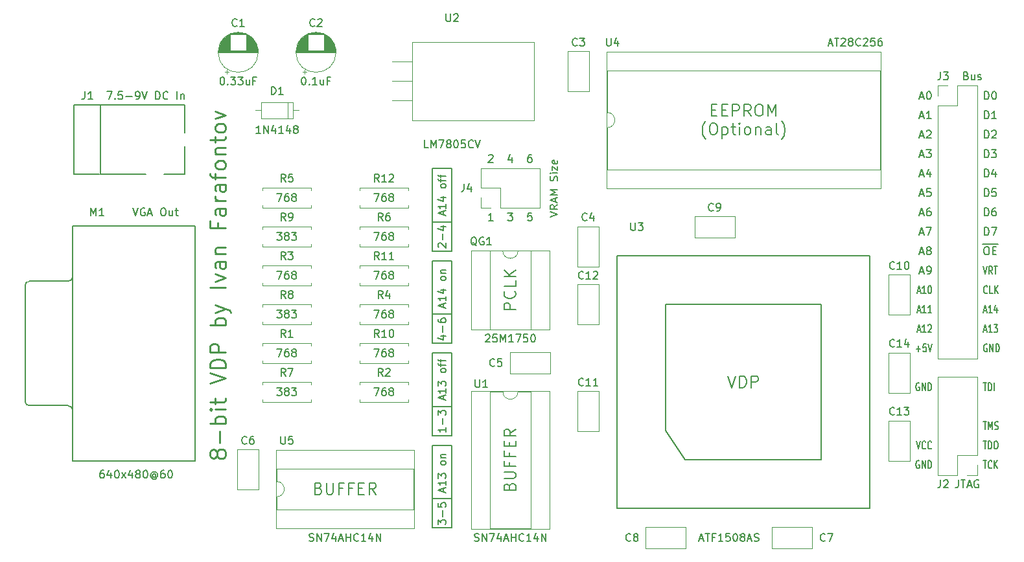
<source format=gbr>
G04 #@! TF.GenerationSoftware,KiCad,Pcbnew,(5.1.9)-1*
G04 #@! TF.CreationDate,2021-09-19T00:14:35-05:00*
G04 #@! TF.ProjectId,atmel_vga,61746d65-6c5f-4766-9761-2e6b69636164,rev?*
G04 #@! TF.SameCoordinates,Original*
G04 #@! TF.FileFunction,Legend,Top*
G04 #@! TF.FilePolarity,Positive*
%FSLAX46Y46*%
G04 Gerber Fmt 4.6, Leading zero omitted, Abs format (unit mm)*
G04 Created by KiCad (PCBNEW (5.1.9)-1) date 2021-09-19 00:14:35*
%MOMM*%
%LPD*%
G01*
G04 APERTURE LIST*
%ADD10C,0.152400*%
%ADD11C,0.150000*%
%ADD12C,0.279400*%
%ADD13C,0.120000*%
%ADD14C,0.203200*%
G04 APERTURE END LIST*
D10*
X86547476Y-129618619D02*
X86353952Y-129618619D01*
X86257190Y-129667000D01*
X86208809Y-129715380D01*
X86112047Y-129860523D01*
X86063666Y-130054047D01*
X86063666Y-130441095D01*
X86112047Y-130537857D01*
X86160428Y-130586238D01*
X86257190Y-130634619D01*
X86450714Y-130634619D01*
X86547476Y-130586238D01*
X86595857Y-130537857D01*
X86644238Y-130441095D01*
X86644238Y-130199190D01*
X86595857Y-130102428D01*
X86547476Y-130054047D01*
X86450714Y-130005666D01*
X86257190Y-130005666D01*
X86160428Y-130054047D01*
X86112047Y-130102428D01*
X86063666Y-130199190D01*
X87515095Y-129957285D02*
X87515095Y-130634619D01*
X87273190Y-129570238D02*
X87031285Y-130295952D01*
X87660238Y-130295952D01*
X88240809Y-129618619D02*
X88337571Y-129618619D01*
X88434333Y-129667000D01*
X88482714Y-129715380D01*
X88531095Y-129812142D01*
X88579476Y-130005666D01*
X88579476Y-130247571D01*
X88531095Y-130441095D01*
X88482714Y-130537857D01*
X88434333Y-130586238D01*
X88337571Y-130634619D01*
X88240809Y-130634619D01*
X88144047Y-130586238D01*
X88095666Y-130537857D01*
X88047285Y-130441095D01*
X87998904Y-130247571D01*
X87998904Y-130005666D01*
X88047285Y-129812142D01*
X88095666Y-129715380D01*
X88144047Y-129667000D01*
X88240809Y-129618619D01*
X88918142Y-130634619D02*
X89450333Y-129957285D01*
X88918142Y-129957285D02*
X89450333Y-130634619D01*
X90272809Y-129957285D02*
X90272809Y-130634619D01*
X90030904Y-129570238D02*
X89789000Y-130295952D01*
X90417952Y-130295952D01*
X90950142Y-130054047D02*
X90853380Y-130005666D01*
X90805000Y-129957285D01*
X90756619Y-129860523D01*
X90756619Y-129812142D01*
X90805000Y-129715380D01*
X90853380Y-129667000D01*
X90950142Y-129618619D01*
X91143666Y-129618619D01*
X91240428Y-129667000D01*
X91288809Y-129715380D01*
X91337190Y-129812142D01*
X91337190Y-129860523D01*
X91288809Y-129957285D01*
X91240428Y-130005666D01*
X91143666Y-130054047D01*
X90950142Y-130054047D01*
X90853380Y-130102428D01*
X90805000Y-130150809D01*
X90756619Y-130247571D01*
X90756619Y-130441095D01*
X90805000Y-130537857D01*
X90853380Y-130586238D01*
X90950142Y-130634619D01*
X91143666Y-130634619D01*
X91240428Y-130586238D01*
X91288809Y-130537857D01*
X91337190Y-130441095D01*
X91337190Y-130247571D01*
X91288809Y-130150809D01*
X91240428Y-130102428D01*
X91143666Y-130054047D01*
X91966142Y-129618619D02*
X92062904Y-129618619D01*
X92159666Y-129667000D01*
X92208047Y-129715380D01*
X92256428Y-129812142D01*
X92304809Y-130005666D01*
X92304809Y-130247571D01*
X92256428Y-130441095D01*
X92208047Y-130537857D01*
X92159666Y-130586238D01*
X92062904Y-130634619D01*
X91966142Y-130634619D01*
X91869380Y-130586238D01*
X91821000Y-130537857D01*
X91772619Y-130441095D01*
X91724238Y-130247571D01*
X91724238Y-130005666D01*
X91772619Y-129812142D01*
X91821000Y-129715380D01*
X91869380Y-129667000D01*
X91966142Y-129618619D01*
X93369190Y-130150809D02*
X93320809Y-130102428D01*
X93224047Y-130054047D01*
X93127285Y-130054047D01*
X93030523Y-130102428D01*
X92982142Y-130150809D01*
X92933761Y-130247571D01*
X92933761Y-130344333D01*
X92982142Y-130441095D01*
X93030523Y-130489476D01*
X93127285Y-130537857D01*
X93224047Y-130537857D01*
X93320809Y-130489476D01*
X93369190Y-130441095D01*
X93369190Y-130054047D02*
X93369190Y-130441095D01*
X93417571Y-130489476D01*
X93465952Y-130489476D01*
X93562714Y-130441095D01*
X93611095Y-130344333D01*
X93611095Y-130102428D01*
X93514333Y-129957285D01*
X93369190Y-129860523D01*
X93175666Y-129812142D01*
X92982142Y-129860523D01*
X92837000Y-129957285D01*
X92740238Y-130102428D01*
X92691857Y-130295952D01*
X92740238Y-130489476D01*
X92837000Y-130634619D01*
X92982142Y-130731380D01*
X93175666Y-130779761D01*
X93369190Y-130731380D01*
X93514333Y-130634619D01*
X94481952Y-129618619D02*
X94288428Y-129618619D01*
X94191666Y-129667000D01*
X94143285Y-129715380D01*
X94046523Y-129860523D01*
X93998142Y-130054047D01*
X93998142Y-130441095D01*
X94046523Y-130537857D01*
X94094904Y-130586238D01*
X94191666Y-130634619D01*
X94385190Y-130634619D01*
X94481952Y-130586238D01*
X94530333Y-130537857D01*
X94578714Y-130441095D01*
X94578714Y-130199190D01*
X94530333Y-130102428D01*
X94481952Y-130054047D01*
X94385190Y-130005666D01*
X94191666Y-130005666D01*
X94094904Y-130054047D01*
X94046523Y-130102428D01*
X93998142Y-130199190D01*
X95207666Y-129618619D02*
X95304428Y-129618619D01*
X95401190Y-129667000D01*
X95449571Y-129715380D01*
X95497952Y-129812142D01*
X95546333Y-130005666D01*
X95546333Y-130247571D01*
X95497952Y-130441095D01*
X95449571Y-130537857D01*
X95401190Y-130586238D01*
X95304428Y-130634619D01*
X95207666Y-130634619D01*
X95110904Y-130586238D01*
X95062523Y-130537857D01*
X95014142Y-130441095D01*
X94965761Y-130247571D01*
X94965761Y-130005666D01*
X95014142Y-129812142D01*
X95062523Y-129715380D01*
X95110904Y-129667000D01*
X95207666Y-129618619D01*
D11*
X165970857Y-82493142D02*
X166478857Y-82493142D01*
X166696571Y-83291428D02*
X165970857Y-83291428D01*
X165970857Y-81767428D01*
X166696571Y-81767428D01*
X167349714Y-82493142D02*
X167857714Y-82493142D01*
X168075428Y-83291428D02*
X167349714Y-83291428D01*
X167349714Y-81767428D01*
X168075428Y-81767428D01*
X168728571Y-83291428D02*
X168728571Y-81767428D01*
X169309142Y-81767428D01*
X169454285Y-81840000D01*
X169526857Y-81912571D01*
X169599428Y-82057714D01*
X169599428Y-82275428D01*
X169526857Y-82420571D01*
X169454285Y-82493142D01*
X169309142Y-82565714D01*
X168728571Y-82565714D01*
X171123428Y-83291428D02*
X170615428Y-82565714D01*
X170252571Y-83291428D02*
X170252571Y-81767428D01*
X170833142Y-81767428D01*
X170978285Y-81840000D01*
X171050857Y-81912571D01*
X171123428Y-82057714D01*
X171123428Y-82275428D01*
X171050857Y-82420571D01*
X170978285Y-82493142D01*
X170833142Y-82565714D01*
X170252571Y-82565714D01*
X172066857Y-81767428D02*
X172357142Y-81767428D01*
X172502285Y-81840000D01*
X172647428Y-81985142D01*
X172720000Y-82275428D01*
X172720000Y-82783428D01*
X172647428Y-83073714D01*
X172502285Y-83218857D01*
X172357142Y-83291428D01*
X172066857Y-83291428D01*
X171921714Y-83218857D01*
X171776571Y-83073714D01*
X171704000Y-82783428D01*
X171704000Y-82275428D01*
X171776571Y-81985142D01*
X171921714Y-81840000D01*
X172066857Y-81767428D01*
X173373142Y-83291428D02*
X173373142Y-81767428D01*
X173881142Y-82856000D01*
X174389142Y-81767428D01*
X174389142Y-83291428D01*
X165208857Y-86308000D02*
X165136285Y-86235428D01*
X164991142Y-86017714D01*
X164918571Y-85872571D01*
X164846000Y-85654857D01*
X164773428Y-85292000D01*
X164773428Y-85001714D01*
X164846000Y-84638857D01*
X164918571Y-84421142D01*
X164991142Y-84276000D01*
X165136285Y-84058285D01*
X165208857Y-83985714D01*
X166079714Y-84203428D02*
X166370000Y-84203428D01*
X166515142Y-84276000D01*
X166660285Y-84421142D01*
X166732857Y-84711428D01*
X166732857Y-85219428D01*
X166660285Y-85509714D01*
X166515142Y-85654857D01*
X166370000Y-85727428D01*
X166079714Y-85727428D01*
X165934571Y-85654857D01*
X165789428Y-85509714D01*
X165716857Y-85219428D01*
X165716857Y-84711428D01*
X165789428Y-84421142D01*
X165934571Y-84276000D01*
X166079714Y-84203428D01*
X167386000Y-84711428D02*
X167386000Y-86235428D01*
X167386000Y-84784000D02*
X167531142Y-84711428D01*
X167821428Y-84711428D01*
X167966571Y-84784000D01*
X168039142Y-84856571D01*
X168111714Y-85001714D01*
X168111714Y-85437142D01*
X168039142Y-85582285D01*
X167966571Y-85654857D01*
X167821428Y-85727428D01*
X167531142Y-85727428D01*
X167386000Y-85654857D01*
X168547142Y-84711428D02*
X169127714Y-84711428D01*
X168764857Y-84203428D02*
X168764857Y-85509714D01*
X168837428Y-85654857D01*
X168982571Y-85727428D01*
X169127714Y-85727428D01*
X169635714Y-85727428D02*
X169635714Y-84711428D01*
X169635714Y-84203428D02*
X169563142Y-84276000D01*
X169635714Y-84348571D01*
X169708285Y-84276000D01*
X169635714Y-84203428D01*
X169635714Y-84348571D01*
X170579142Y-85727428D02*
X170434000Y-85654857D01*
X170361428Y-85582285D01*
X170288857Y-85437142D01*
X170288857Y-85001714D01*
X170361428Y-84856571D01*
X170434000Y-84784000D01*
X170579142Y-84711428D01*
X170796857Y-84711428D01*
X170942000Y-84784000D01*
X171014571Y-84856571D01*
X171087142Y-85001714D01*
X171087142Y-85437142D01*
X171014571Y-85582285D01*
X170942000Y-85654857D01*
X170796857Y-85727428D01*
X170579142Y-85727428D01*
X171740285Y-84711428D02*
X171740285Y-85727428D01*
X171740285Y-84856571D02*
X171812857Y-84784000D01*
X171958000Y-84711428D01*
X172175714Y-84711428D01*
X172320857Y-84784000D01*
X172393428Y-84929142D01*
X172393428Y-85727428D01*
X173772285Y-85727428D02*
X173772285Y-84929142D01*
X173699714Y-84784000D01*
X173554571Y-84711428D01*
X173264285Y-84711428D01*
X173119142Y-84784000D01*
X173772285Y-85654857D02*
X173627142Y-85727428D01*
X173264285Y-85727428D01*
X173119142Y-85654857D01*
X173046571Y-85509714D01*
X173046571Y-85364571D01*
X173119142Y-85219428D01*
X173264285Y-85146857D01*
X173627142Y-85146857D01*
X173772285Y-85074285D01*
X174715714Y-85727428D02*
X174570571Y-85654857D01*
X174498000Y-85509714D01*
X174498000Y-84203428D01*
X175151142Y-86308000D02*
X175223714Y-86235428D01*
X175368857Y-86017714D01*
X175441428Y-85872571D01*
X175514000Y-85654857D01*
X175586571Y-85292000D01*
X175586571Y-85001714D01*
X175514000Y-84638857D01*
X175441428Y-84421142D01*
X175368857Y-84276000D01*
X175223714Y-84058285D01*
X175151142Y-83985714D01*
X168148000Y-117275428D02*
X168656000Y-118799428D01*
X169164000Y-117275428D01*
X169672000Y-118799428D02*
X169672000Y-117275428D01*
X170034857Y-117275428D01*
X170252571Y-117348000D01*
X170397714Y-117493142D01*
X170470285Y-117638285D01*
X170542857Y-117928571D01*
X170542857Y-118146285D01*
X170470285Y-118436571D01*
X170397714Y-118581714D01*
X170252571Y-118726857D01*
X170034857Y-118799428D01*
X169672000Y-118799428D01*
X171196000Y-118799428D02*
X171196000Y-117275428D01*
X171776571Y-117275428D01*
X171921714Y-117348000D01*
X171994285Y-117420571D01*
X172066857Y-117565714D01*
X172066857Y-117783428D01*
X171994285Y-117928571D01*
X171921714Y-118001142D01*
X171776571Y-118073714D01*
X171196000Y-118073714D01*
X140389428Y-108585000D02*
X138865428Y-108585000D01*
X138865428Y-108004428D01*
X138938000Y-107859285D01*
X139010571Y-107786714D01*
X139155714Y-107714142D01*
X139373428Y-107714142D01*
X139518571Y-107786714D01*
X139591142Y-107859285D01*
X139663714Y-108004428D01*
X139663714Y-108585000D01*
X140244285Y-106190142D02*
X140316857Y-106262714D01*
X140389428Y-106480428D01*
X140389428Y-106625571D01*
X140316857Y-106843285D01*
X140171714Y-106988428D01*
X140026571Y-107061000D01*
X139736285Y-107133571D01*
X139518571Y-107133571D01*
X139228285Y-107061000D01*
X139083142Y-106988428D01*
X138938000Y-106843285D01*
X138865428Y-106625571D01*
X138865428Y-106480428D01*
X138938000Y-106262714D01*
X139010571Y-106190142D01*
X140389428Y-104811285D02*
X140389428Y-105537000D01*
X138865428Y-105537000D01*
X140389428Y-104303285D02*
X138865428Y-104303285D01*
X140389428Y-103432428D02*
X139518571Y-104085571D01*
X138865428Y-103432428D02*
X139736285Y-104303285D01*
X139591142Y-131717142D02*
X139663714Y-131499428D01*
X139736285Y-131426857D01*
X139881428Y-131354285D01*
X140099142Y-131354285D01*
X140244285Y-131426857D01*
X140316857Y-131499428D01*
X140389428Y-131644571D01*
X140389428Y-132225142D01*
X138865428Y-132225142D01*
X138865428Y-131717142D01*
X138938000Y-131572000D01*
X139010571Y-131499428D01*
X139155714Y-131426857D01*
X139300857Y-131426857D01*
X139446000Y-131499428D01*
X139518571Y-131572000D01*
X139591142Y-131717142D01*
X139591142Y-132225142D01*
X138865428Y-130701142D02*
X140099142Y-130701142D01*
X140244285Y-130628571D01*
X140316857Y-130556000D01*
X140389428Y-130410857D01*
X140389428Y-130120571D01*
X140316857Y-129975428D01*
X140244285Y-129902857D01*
X140099142Y-129830285D01*
X138865428Y-129830285D01*
X139591142Y-128596571D02*
X139591142Y-129104571D01*
X140389428Y-129104571D02*
X138865428Y-129104571D01*
X138865428Y-128378857D01*
X139591142Y-127290285D02*
X139591142Y-127798285D01*
X140389428Y-127798285D02*
X138865428Y-127798285D01*
X138865428Y-127072571D01*
X139591142Y-126492000D02*
X139591142Y-125984000D01*
X140389428Y-125766285D02*
X140389428Y-126492000D01*
X138865428Y-126492000D01*
X138865428Y-125766285D01*
X140389428Y-124242285D02*
X139663714Y-124750285D01*
X140389428Y-125113142D02*
X138865428Y-125113142D01*
X138865428Y-124532571D01*
X138938000Y-124387428D01*
X139010571Y-124314857D01*
X139155714Y-124242285D01*
X139373428Y-124242285D01*
X139518571Y-124314857D01*
X139591142Y-124387428D01*
X139663714Y-124532571D01*
X139663714Y-125113142D01*
X114662857Y-131971142D02*
X114880571Y-132043714D01*
X114953142Y-132116285D01*
X115025714Y-132261428D01*
X115025714Y-132479142D01*
X114953142Y-132624285D01*
X114880571Y-132696857D01*
X114735428Y-132769428D01*
X114154857Y-132769428D01*
X114154857Y-131245428D01*
X114662857Y-131245428D01*
X114808000Y-131318000D01*
X114880571Y-131390571D01*
X114953142Y-131535714D01*
X114953142Y-131680857D01*
X114880571Y-131826000D01*
X114808000Y-131898571D01*
X114662857Y-131971142D01*
X114154857Y-131971142D01*
X115678857Y-131245428D02*
X115678857Y-132479142D01*
X115751428Y-132624285D01*
X115824000Y-132696857D01*
X115969142Y-132769428D01*
X116259428Y-132769428D01*
X116404571Y-132696857D01*
X116477142Y-132624285D01*
X116549714Y-132479142D01*
X116549714Y-131245428D01*
X117783428Y-131971142D02*
X117275428Y-131971142D01*
X117275428Y-132769428D02*
X117275428Y-131245428D01*
X118001142Y-131245428D01*
X119089714Y-131971142D02*
X118581714Y-131971142D01*
X118581714Y-132769428D02*
X118581714Y-131245428D01*
X119307428Y-131245428D01*
X119888000Y-131971142D02*
X120396000Y-131971142D01*
X120613714Y-132769428D02*
X119888000Y-132769428D01*
X119888000Y-131245428D01*
X120613714Y-131245428D01*
X122137714Y-132769428D02*
X121629714Y-132043714D01*
X121266857Y-132769428D02*
X121266857Y-131245428D01*
X121847428Y-131245428D01*
X121992571Y-131318000D01*
X122065142Y-131390571D01*
X122137714Y-131535714D01*
X122137714Y-131753428D01*
X122065142Y-131898571D01*
X121992571Y-131971142D01*
X121847428Y-132043714D01*
X121266857Y-132043714D01*
X129540000Y-102235000D02*
X132080000Y-102235000D01*
X129540000Y-113030000D02*
X129540000Y-102235000D01*
X129540000Y-109220000D02*
X132080000Y-109220000D01*
X129540000Y-113030000D02*
X132080000Y-113030000D01*
X132080000Y-137160000D02*
X129540000Y-137160000D01*
X129540000Y-133350000D02*
X132080000Y-133350000D01*
X132080000Y-126365000D02*
X129540000Y-126365000D01*
X132080000Y-125095000D02*
X132080000Y-114300000D01*
X132080000Y-113030000D02*
X132080000Y-102235000D01*
X132080000Y-97155000D02*
X132080000Y-100965000D01*
X132080000Y-97155000D02*
X129540000Y-97155000D01*
D10*
X130592285Y-112044238D02*
X131269619Y-112044238D01*
X130205238Y-112286142D02*
X130930952Y-112528047D01*
X130930952Y-111899095D01*
X130882571Y-111512047D02*
X130882571Y-110737952D01*
X130253619Y-109818714D02*
X130253619Y-110012238D01*
X130302000Y-110109000D01*
X130350380Y-110157380D01*
X130495523Y-110254142D01*
X130689047Y-110302523D01*
X131076095Y-110302523D01*
X131172857Y-110254142D01*
X131221238Y-110205761D01*
X131269619Y-110109000D01*
X131269619Y-109915476D01*
X131221238Y-109818714D01*
X131172857Y-109770333D01*
X131076095Y-109721952D01*
X130834190Y-109721952D01*
X130737428Y-109770333D01*
X130689047Y-109818714D01*
X130640666Y-109915476D01*
X130640666Y-110109000D01*
X130689047Y-110205761D01*
X130737428Y-110254142D01*
X130834190Y-110302523D01*
X130350380Y-100463047D02*
X130302000Y-100414666D01*
X130253619Y-100317904D01*
X130253619Y-100076000D01*
X130302000Y-99979238D01*
X130350380Y-99930857D01*
X130447142Y-99882476D01*
X130543904Y-99882476D01*
X130689047Y-99930857D01*
X131269619Y-100511428D01*
X131269619Y-99882476D01*
X130882571Y-99447047D02*
X130882571Y-98672952D01*
X130592285Y-97753714D02*
X131269619Y-97753714D01*
X130205238Y-97995619D02*
X130930952Y-98237523D01*
X130930952Y-97608571D01*
D11*
X129540000Y-97155000D02*
X129540000Y-100965000D01*
X130976666Y-108297023D02*
X130976666Y-107820833D01*
X131262380Y-108392261D02*
X130262380Y-108058928D01*
X131262380Y-107725595D01*
X131262380Y-106868452D02*
X131262380Y-107439880D01*
X131262380Y-107154166D02*
X130262380Y-107154166D01*
X130405238Y-107249404D01*
X130500476Y-107344642D01*
X130548095Y-107439880D01*
X130595714Y-106011309D02*
X131262380Y-106011309D01*
X130214761Y-106249404D02*
X130929047Y-106487500D01*
X130929047Y-105868452D01*
X131262380Y-104582738D02*
X131214761Y-104677976D01*
X131167142Y-104725595D01*
X131071904Y-104773214D01*
X130786190Y-104773214D01*
X130690952Y-104725595D01*
X130643333Y-104677976D01*
X130595714Y-104582738D01*
X130595714Y-104439880D01*
X130643333Y-104344642D01*
X130690952Y-104297023D01*
X130786190Y-104249404D01*
X131071904Y-104249404D01*
X131167142Y-104297023D01*
X131214761Y-104344642D01*
X131262380Y-104439880D01*
X131262380Y-104582738D01*
X130595714Y-103820833D02*
X131262380Y-103820833D01*
X130690952Y-103820833D02*
X130643333Y-103773214D01*
X130595714Y-103677976D01*
X130595714Y-103535119D01*
X130643333Y-103439880D01*
X130738571Y-103392261D01*
X131262380Y-103392261D01*
X130976666Y-96232023D02*
X130976666Y-95755833D01*
X131262380Y-96327261D02*
X130262380Y-95993928D01*
X131262380Y-95660595D01*
X131262380Y-94803452D02*
X131262380Y-95374880D01*
X131262380Y-95089166D02*
X130262380Y-95089166D01*
X130405238Y-95184404D01*
X130500476Y-95279642D01*
X130548095Y-95374880D01*
X130595714Y-93946309D02*
X131262380Y-93946309D01*
X130214761Y-94184404D02*
X130929047Y-94422500D01*
X130929047Y-93803452D01*
X131262380Y-92517738D02*
X131214761Y-92612976D01*
X131167142Y-92660595D01*
X131071904Y-92708214D01*
X130786190Y-92708214D01*
X130690952Y-92660595D01*
X130643333Y-92612976D01*
X130595714Y-92517738D01*
X130595714Y-92374880D01*
X130643333Y-92279642D01*
X130690952Y-92232023D01*
X130786190Y-92184404D01*
X131071904Y-92184404D01*
X131167142Y-92232023D01*
X131214761Y-92279642D01*
X131262380Y-92374880D01*
X131262380Y-92517738D01*
X130595714Y-91898690D02*
X130595714Y-91517738D01*
X131262380Y-91755833D02*
X130405238Y-91755833D01*
X130310000Y-91708214D01*
X130262380Y-91612976D01*
X130262380Y-91517738D01*
X130595714Y-91327261D02*
X130595714Y-90946309D01*
X131262380Y-91184404D02*
X130405238Y-91184404D01*
X130310000Y-91136785D01*
X130262380Y-91041547D01*
X130262380Y-90946309D01*
X129540000Y-100965000D02*
X132080000Y-100965000D01*
X129540000Y-97155000D02*
X129540000Y-90170000D01*
X129540000Y-90170000D02*
X132080000Y-90170000D01*
X132080000Y-97155000D02*
X132080000Y-90170000D01*
X129540000Y-133350000D02*
X129540000Y-126365000D01*
X132080000Y-126365000D02*
X132080000Y-133350000D01*
X129540000Y-114300000D02*
X132080000Y-114300000D01*
X129540000Y-121285000D02*
X129540000Y-114300000D01*
X130976666Y-132427023D02*
X130976666Y-131950833D01*
X131262380Y-132522261D02*
X130262380Y-132188928D01*
X131262380Y-131855595D01*
X131262380Y-130998452D02*
X131262380Y-131569880D01*
X131262380Y-131284166D02*
X130262380Y-131284166D01*
X130405238Y-131379404D01*
X130500476Y-131474642D01*
X130548095Y-131569880D01*
X130262380Y-130665119D02*
X130262380Y-130046071D01*
X130643333Y-130379404D01*
X130643333Y-130236547D01*
X130690952Y-130141309D01*
X130738571Y-130093690D01*
X130833809Y-130046071D01*
X131071904Y-130046071D01*
X131167142Y-130093690D01*
X131214761Y-130141309D01*
X131262380Y-130236547D01*
X131262380Y-130522261D01*
X131214761Y-130617500D01*
X131167142Y-130665119D01*
X131262380Y-128712738D02*
X131214761Y-128807976D01*
X131167142Y-128855595D01*
X131071904Y-128903214D01*
X130786190Y-128903214D01*
X130690952Y-128855595D01*
X130643333Y-128807976D01*
X130595714Y-128712738D01*
X130595714Y-128569880D01*
X130643333Y-128474642D01*
X130690952Y-128427023D01*
X130786190Y-128379404D01*
X131071904Y-128379404D01*
X131167142Y-128427023D01*
X131214761Y-128474642D01*
X131262380Y-128569880D01*
X131262380Y-128712738D01*
X130595714Y-127950833D02*
X131262380Y-127950833D01*
X130690952Y-127950833D02*
X130643333Y-127903214D01*
X130595714Y-127807976D01*
X130595714Y-127665119D01*
X130643333Y-127569880D01*
X130738571Y-127522261D01*
X131262380Y-127522261D01*
X130976666Y-120362023D02*
X130976666Y-119885833D01*
X131262380Y-120457261D02*
X130262380Y-120123928D01*
X131262380Y-119790595D01*
X131262380Y-118933452D02*
X131262380Y-119504880D01*
X131262380Y-119219166D02*
X130262380Y-119219166D01*
X130405238Y-119314404D01*
X130500476Y-119409642D01*
X130548095Y-119504880D01*
X130262380Y-118600119D02*
X130262380Y-117981071D01*
X130643333Y-118314404D01*
X130643333Y-118171547D01*
X130690952Y-118076309D01*
X130738571Y-118028690D01*
X130833809Y-117981071D01*
X131071904Y-117981071D01*
X131167142Y-118028690D01*
X131214761Y-118076309D01*
X131262380Y-118171547D01*
X131262380Y-118457261D01*
X131214761Y-118552500D01*
X131167142Y-118600119D01*
X131262380Y-116647738D02*
X131214761Y-116742976D01*
X131167142Y-116790595D01*
X131071904Y-116838214D01*
X130786190Y-116838214D01*
X130690952Y-116790595D01*
X130643333Y-116742976D01*
X130595714Y-116647738D01*
X130595714Y-116504880D01*
X130643333Y-116409642D01*
X130690952Y-116362023D01*
X130786190Y-116314404D01*
X131071904Y-116314404D01*
X131167142Y-116362023D01*
X131214761Y-116409642D01*
X131262380Y-116504880D01*
X131262380Y-116647738D01*
X130595714Y-116028690D02*
X130595714Y-115647738D01*
X131262380Y-115885833D02*
X130405238Y-115885833D01*
X130310000Y-115838214D01*
X130262380Y-115742976D01*
X130262380Y-115647738D01*
X130595714Y-115457261D02*
X130595714Y-115076309D01*
X131262380Y-115314404D02*
X130405238Y-115314404D01*
X130310000Y-115266785D01*
X130262380Y-115171547D01*
X130262380Y-115076309D01*
X129540000Y-133350000D02*
X129540000Y-137160000D01*
X132080000Y-121285000D02*
X129540000Y-121285000D01*
X132080000Y-137160000D02*
X132080000Y-133350000D01*
X129540000Y-125095000D02*
X132080000Y-125095000D01*
X129540000Y-121285000D02*
X129540000Y-125095000D01*
D10*
X130253619Y-136706428D02*
X130253619Y-136077476D01*
X130640666Y-136416142D01*
X130640666Y-136271000D01*
X130689047Y-136174238D01*
X130737428Y-136125857D01*
X130834190Y-136077476D01*
X131076095Y-136077476D01*
X131172857Y-136125857D01*
X131221238Y-136174238D01*
X131269619Y-136271000D01*
X131269619Y-136561285D01*
X131221238Y-136658047D01*
X131172857Y-136706428D01*
X130882571Y-135642047D02*
X130882571Y-134867952D01*
X130253619Y-133900333D02*
X130253619Y-134384142D01*
X130737428Y-134432523D01*
X130689047Y-134384142D01*
X130640666Y-134287380D01*
X130640666Y-134045476D01*
X130689047Y-133948714D01*
X130737428Y-133900333D01*
X130834190Y-133851952D01*
X131076095Y-133851952D01*
X131172857Y-133900333D01*
X131221238Y-133948714D01*
X131269619Y-134045476D01*
X131269619Y-134287380D01*
X131221238Y-134384142D01*
X131172857Y-134432523D01*
X131269619Y-124012476D02*
X131269619Y-124593047D01*
X131269619Y-124302761D02*
X130253619Y-124302761D01*
X130398761Y-124399523D01*
X130495523Y-124496285D01*
X130543904Y-124593047D01*
X130882571Y-123577047D02*
X130882571Y-122802952D01*
X130253619Y-122415904D02*
X130253619Y-121786952D01*
X130640666Y-122125619D01*
X130640666Y-121980476D01*
X130689047Y-121883714D01*
X130737428Y-121835333D01*
X130834190Y-121786952D01*
X131076095Y-121786952D01*
X131172857Y-121835333D01*
X131221238Y-121883714D01*
X131269619Y-121980476D01*
X131269619Y-122270761D01*
X131221238Y-122367523D01*
X131172857Y-122415904D01*
X139893523Y-88682285D02*
X139893523Y-89359619D01*
X139651619Y-88295238D02*
X139409714Y-89020952D01*
X140038666Y-89020952D01*
X142433523Y-88343619D02*
X142240000Y-88343619D01*
X142143238Y-88392000D01*
X142094857Y-88440380D01*
X141998095Y-88585523D01*
X141949714Y-88779047D01*
X141949714Y-89166095D01*
X141998095Y-89262857D01*
X142046476Y-89311238D01*
X142143238Y-89359619D01*
X142336761Y-89359619D01*
X142433523Y-89311238D01*
X142481904Y-89262857D01*
X142530285Y-89166095D01*
X142530285Y-88924190D01*
X142481904Y-88827428D01*
X142433523Y-88779047D01*
X142336761Y-88730666D01*
X142143238Y-88730666D01*
X142046476Y-88779047D01*
X141998095Y-88827428D01*
X141949714Y-88924190D01*
X142481904Y-95963619D02*
X141998095Y-95963619D01*
X141949714Y-96447428D01*
X141998095Y-96399047D01*
X142094857Y-96350666D01*
X142336761Y-96350666D01*
X142433523Y-96399047D01*
X142481904Y-96447428D01*
X142530285Y-96544190D01*
X142530285Y-96786095D01*
X142481904Y-96882857D01*
X142433523Y-96931238D01*
X142336761Y-96979619D01*
X142094857Y-96979619D01*
X141998095Y-96931238D01*
X141949714Y-96882857D01*
X139361333Y-95963619D02*
X139990285Y-95963619D01*
X139651619Y-96350666D01*
X139796761Y-96350666D01*
X139893523Y-96399047D01*
X139941904Y-96447428D01*
X139990285Y-96544190D01*
X139990285Y-96786095D01*
X139941904Y-96882857D01*
X139893523Y-96931238D01*
X139796761Y-96979619D01*
X139506476Y-96979619D01*
X139409714Y-96931238D01*
X139361333Y-96882857D01*
X136869714Y-88440380D02*
X136918095Y-88392000D01*
X137014857Y-88343619D01*
X137256761Y-88343619D01*
X137353523Y-88392000D01*
X137401904Y-88440380D01*
X137450285Y-88537142D01*
X137450285Y-88633904D01*
X137401904Y-88779047D01*
X136821333Y-89359619D01*
X137450285Y-89359619D01*
X137450285Y-96979619D02*
X136869714Y-96979619D01*
X137160000Y-96979619D02*
X137160000Y-95963619D01*
X137063238Y-96108761D01*
X136966476Y-96205523D01*
X136869714Y-96253904D01*
X201539202Y-111294333D02*
X201902060Y-111294333D01*
X201466631Y-111584619D02*
X201720631Y-110568619D01*
X201974631Y-111584619D01*
X202627774Y-111584619D02*
X202192345Y-111584619D01*
X202410060Y-111584619D02*
X202410060Y-110568619D01*
X202337488Y-110713761D01*
X202264917Y-110810523D01*
X202192345Y-110858904D01*
X202881774Y-110568619D02*
X203353488Y-110568619D01*
X203099488Y-110955666D01*
X203208345Y-110955666D01*
X203280917Y-111004047D01*
X203317202Y-111052428D01*
X203353488Y-111149190D01*
X203353488Y-111391095D01*
X203317202Y-111487857D01*
X203280917Y-111536238D01*
X203208345Y-111584619D01*
X202990631Y-111584619D01*
X202918060Y-111536238D01*
X202881774Y-111487857D01*
X201539202Y-108754333D02*
X201902060Y-108754333D01*
X201466631Y-109044619D02*
X201720631Y-108028619D01*
X201974631Y-109044619D01*
X202627774Y-109044619D02*
X202192345Y-109044619D01*
X202410060Y-109044619D02*
X202410060Y-108028619D01*
X202337488Y-108173761D01*
X202264917Y-108270523D01*
X202192345Y-108318904D01*
X203280917Y-108367285D02*
X203280917Y-109044619D01*
X203099488Y-107980238D02*
X202918060Y-108705952D01*
X203389774Y-108705952D01*
X202010917Y-106407857D02*
X201974631Y-106456238D01*
X201865774Y-106504619D01*
X201793202Y-106504619D01*
X201684345Y-106456238D01*
X201611774Y-106359476D01*
X201575488Y-106262714D01*
X201539202Y-106069190D01*
X201539202Y-105924047D01*
X201575488Y-105730523D01*
X201611774Y-105633761D01*
X201684345Y-105537000D01*
X201793202Y-105488619D01*
X201865774Y-105488619D01*
X201974631Y-105537000D01*
X202010917Y-105585380D01*
X202700345Y-106504619D02*
X202337488Y-106504619D01*
X202337488Y-105488619D01*
X202954345Y-106504619D02*
X202954345Y-105488619D01*
X203389774Y-106504619D02*
X203063202Y-105924047D01*
X203389774Y-105488619D02*
X202954345Y-106069190D01*
X201466631Y-102948619D02*
X201720631Y-103964619D01*
X201974631Y-102948619D01*
X202664060Y-103964619D02*
X202410060Y-103480809D01*
X202228631Y-103964619D02*
X202228631Y-102948619D01*
X202518917Y-102948619D01*
X202591488Y-102997000D01*
X202627774Y-103045380D01*
X202664060Y-103142142D01*
X202664060Y-103287285D01*
X202627774Y-103384047D01*
X202591488Y-103432428D01*
X202518917Y-103480809D01*
X202228631Y-103480809D01*
X202881774Y-102948619D02*
X203317202Y-102948619D01*
X203099488Y-103964619D02*
X203099488Y-102948619D01*
D12*
X101358095Y-127665238D02*
X101261333Y-127858761D01*
X101164571Y-127955523D01*
X100971047Y-128052285D01*
X100874285Y-128052285D01*
X100680761Y-127955523D01*
X100584000Y-127858761D01*
X100487238Y-127665238D01*
X100487238Y-127278190D01*
X100584000Y-127084666D01*
X100680761Y-126987904D01*
X100874285Y-126891142D01*
X100971047Y-126891142D01*
X101164571Y-126987904D01*
X101261333Y-127084666D01*
X101358095Y-127278190D01*
X101358095Y-127665238D01*
X101454857Y-127858761D01*
X101551619Y-127955523D01*
X101745142Y-128052285D01*
X102132190Y-128052285D01*
X102325714Y-127955523D01*
X102422476Y-127858761D01*
X102519238Y-127665238D01*
X102519238Y-127278190D01*
X102422476Y-127084666D01*
X102325714Y-126987904D01*
X102132190Y-126891142D01*
X101745142Y-126891142D01*
X101551619Y-126987904D01*
X101454857Y-127084666D01*
X101358095Y-127278190D01*
X101745142Y-126020285D02*
X101745142Y-124472095D01*
X102519238Y-123504476D02*
X100487238Y-123504476D01*
X101261333Y-123504476D02*
X101164571Y-123310952D01*
X101164571Y-122923904D01*
X101261333Y-122730380D01*
X101358095Y-122633619D01*
X101551619Y-122536857D01*
X102132190Y-122536857D01*
X102325714Y-122633619D01*
X102422476Y-122730380D01*
X102519238Y-122923904D01*
X102519238Y-123310952D01*
X102422476Y-123504476D01*
X102519238Y-121666000D02*
X101164571Y-121666000D01*
X100487238Y-121666000D02*
X100584000Y-121762761D01*
X100680761Y-121666000D01*
X100584000Y-121569238D01*
X100487238Y-121666000D01*
X100680761Y-121666000D01*
X101164571Y-120988666D02*
X101164571Y-120214571D01*
X100487238Y-120698380D02*
X102228952Y-120698380D01*
X102422476Y-120601619D01*
X102519238Y-120408095D01*
X102519238Y-120214571D01*
X100487238Y-118279333D02*
X102519238Y-117602000D01*
X100487238Y-116924666D01*
X102519238Y-116247333D02*
X100487238Y-116247333D01*
X100487238Y-115763523D01*
X100584000Y-115473238D01*
X100777523Y-115279714D01*
X100971047Y-115182952D01*
X101358095Y-115086190D01*
X101648380Y-115086190D01*
X102035428Y-115182952D01*
X102228952Y-115279714D01*
X102422476Y-115473238D01*
X102519238Y-115763523D01*
X102519238Y-116247333D01*
X102519238Y-114215333D02*
X100487238Y-114215333D01*
X100487238Y-113441238D01*
X100584000Y-113247714D01*
X100680761Y-113150952D01*
X100874285Y-113054190D01*
X101164571Y-113054190D01*
X101358095Y-113150952D01*
X101454857Y-113247714D01*
X101551619Y-113441238D01*
X101551619Y-114215333D01*
X102519238Y-110635142D02*
X100487238Y-110635142D01*
X101261333Y-110635142D02*
X101164571Y-110441619D01*
X101164571Y-110054571D01*
X101261333Y-109861047D01*
X101358095Y-109764285D01*
X101551619Y-109667523D01*
X102132190Y-109667523D01*
X102325714Y-109764285D01*
X102422476Y-109861047D01*
X102519238Y-110054571D01*
X102519238Y-110441619D01*
X102422476Y-110635142D01*
X101164571Y-108990190D02*
X102519238Y-108506380D01*
X101164571Y-108022571D02*
X102519238Y-108506380D01*
X103003047Y-108699904D01*
X103099809Y-108796666D01*
X103196571Y-108990190D01*
X102519238Y-105700285D02*
X100487238Y-105700285D01*
X101164571Y-104926190D02*
X102519238Y-104442380D01*
X101164571Y-103958571D01*
X102519238Y-102313619D02*
X101454857Y-102313619D01*
X101261333Y-102410380D01*
X101164571Y-102603904D01*
X101164571Y-102990952D01*
X101261333Y-103184476D01*
X102422476Y-102313619D02*
X102519238Y-102507142D01*
X102519238Y-102990952D01*
X102422476Y-103184476D01*
X102228952Y-103281238D01*
X102035428Y-103281238D01*
X101841904Y-103184476D01*
X101745142Y-102990952D01*
X101745142Y-102507142D01*
X101648380Y-102313619D01*
X101164571Y-101346000D02*
X102519238Y-101346000D01*
X101358095Y-101346000D02*
X101261333Y-101249238D01*
X101164571Y-101055714D01*
X101164571Y-100765428D01*
X101261333Y-100571904D01*
X101454857Y-100475142D01*
X102519238Y-100475142D01*
X101454857Y-97282000D02*
X101454857Y-97959333D01*
X102519238Y-97959333D02*
X100487238Y-97959333D01*
X100487238Y-96991714D01*
X102519238Y-95346761D02*
X101454857Y-95346761D01*
X101261333Y-95443523D01*
X101164571Y-95637047D01*
X101164571Y-96024095D01*
X101261333Y-96217619D01*
X102422476Y-95346761D02*
X102519238Y-95540285D01*
X102519238Y-96024095D01*
X102422476Y-96217619D01*
X102228952Y-96314380D01*
X102035428Y-96314380D01*
X101841904Y-96217619D01*
X101745142Y-96024095D01*
X101745142Y-95540285D01*
X101648380Y-95346761D01*
X102519238Y-94379142D02*
X101164571Y-94379142D01*
X101551619Y-94379142D02*
X101358095Y-94282380D01*
X101261333Y-94185619D01*
X101164571Y-93992095D01*
X101164571Y-93798571D01*
X102519238Y-92250380D02*
X101454857Y-92250380D01*
X101261333Y-92347142D01*
X101164571Y-92540666D01*
X101164571Y-92927714D01*
X101261333Y-93121238D01*
X102422476Y-92250380D02*
X102519238Y-92443904D01*
X102519238Y-92927714D01*
X102422476Y-93121238D01*
X102228952Y-93218000D01*
X102035428Y-93218000D01*
X101841904Y-93121238D01*
X101745142Y-92927714D01*
X101745142Y-92443904D01*
X101648380Y-92250380D01*
X101164571Y-91573047D02*
X101164571Y-90798952D01*
X102519238Y-91282761D02*
X100777523Y-91282761D01*
X100584000Y-91186000D01*
X100487238Y-90992476D01*
X100487238Y-90798952D01*
X102519238Y-89831333D02*
X102422476Y-90024857D01*
X102325714Y-90121619D01*
X102132190Y-90218380D01*
X101551619Y-90218380D01*
X101358095Y-90121619D01*
X101261333Y-90024857D01*
X101164571Y-89831333D01*
X101164571Y-89541047D01*
X101261333Y-89347523D01*
X101358095Y-89250761D01*
X101551619Y-89154000D01*
X102132190Y-89154000D01*
X102325714Y-89250761D01*
X102422476Y-89347523D01*
X102519238Y-89541047D01*
X102519238Y-89831333D01*
X101164571Y-88283142D02*
X102519238Y-88283142D01*
X101358095Y-88283142D02*
X101261333Y-88186380D01*
X101164571Y-87992857D01*
X101164571Y-87702571D01*
X101261333Y-87509047D01*
X101454857Y-87412285D01*
X102519238Y-87412285D01*
X101164571Y-86734952D02*
X101164571Y-85960857D01*
X100487238Y-86444666D02*
X102228952Y-86444666D01*
X102422476Y-86347904D01*
X102519238Y-86154380D01*
X102519238Y-85960857D01*
X102519238Y-84993238D02*
X102422476Y-85186761D01*
X102325714Y-85283523D01*
X102132190Y-85380285D01*
X101551619Y-85380285D01*
X101358095Y-85283523D01*
X101261333Y-85186761D01*
X101164571Y-84993238D01*
X101164571Y-84702952D01*
X101261333Y-84509428D01*
X101358095Y-84412666D01*
X101551619Y-84315904D01*
X102132190Y-84315904D01*
X102325714Y-84412666D01*
X102422476Y-84509428D01*
X102519238Y-84702952D01*
X102519238Y-84993238D01*
X101164571Y-83638571D02*
X102519238Y-83154761D01*
X101164571Y-82670952D01*
D10*
X201466631Y-128348619D02*
X201902060Y-128348619D01*
X201684345Y-129364619D02*
X201684345Y-128348619D01*
X202591488Y-129267857D02*
X202555202Y-129316238D01*
X202446345Y-129364619D01*
X202373774Y-129364619D01*
X202264917Y-129316238D01*
X202192345Y-129219476D01*
X202156060Y-129122714D01*
X202119774Y-128929190D01*
X202119774Y-128784047D01*
X202156060Y-128590523D01*
X202192345Y-128493761D01*
X202264917Y-128397000D01*
X202373774Y-128348619D01*
X202446345Y-128348619D01*
X202555202Y-128397000D01*
X202591488Y-128445380D01*
X202918060Y-129364619D02*
X202918060Y-128348619D01*
X203353488Y-129364619D02*
X203026917Y-128784047D01*
X203353488Y-128348619D02*
X202918060Y-128929190D01*
X201466631Y-125808619D02*
X201902060Y-125808619D01*
X201684345Y-126824619D02*
X201684345Y-125808619D01*
X202156060Y-126824619D02*
X202156060Y-125808619D01*
X202337488Y-125808619D01*
X202446345Y-125857000D01*
X202518917Y-125953761D01*
X202555202Y-126050523D01*
X202591488Y-126244047D01*
X202591488Y-126389190D01*
X202555202Y-126582714D01*
X202518917Y-126679476D01*
X202446345Y-126776238D01*
X202337488Y-126824619D01*
X202156060Y-126824619D01*
X203063202Y-125808619D02*
X203208345Y-125808619D01*
X203280917Y-125857000D01*
X203353488Y-125953761D01*
X203389774Y-126147285D01*
X203389774Y-126485952D01*
X203353488Y-126679476D01*
X203280917Y-126776238D01*
X203208345Y-126824619D01*
X203063202Y-126824619D01*
X202990631Y-126776238D01*
X202918060Y-126679476D01*
X202881774Y-126485952D01*
X202881774Y-126147285D01*
X202918060Y-125953761D01*
X202990631Y-125857000D01*
X203063202Y-125808619D01*
X201466631Y-123268619D02*
X201902060Y-123268619D01*
X201684345Y-124284619D02*
X201684345Y-123268619D01*
X202156060Y-124284619D02*
X202156060Y-123268619D01*
X202410060Y-123994333D01*
X202664060Y-123268619D01*
X202664060Y-124284619D01*
X202990631Y-124236238D02*
X203099488Y-124284619D01*
X203280917Y-124284619D01*
X203353488Y-124236238D01*
X203389774Y-124187857D01*
X203426060Y-124091095D01*
X203426060Y-123994333D01*
X203389774Y-123897571D01*
X203353488Y-123849190D01*
X203280917Y-123800809D01*
X203135774Y-123752428D01*
X203063202Y-123704047D01*
X203026917Y-123655666D01*
X202990631Y-123558904D01*
X202990631Y-123462142D01*
X203026917Y-123365380D01*
X203063202Y-123317000D01*
X203135774Y-123268619D01*
X203317202Y-123268619D01*
X203426060Y-123317000D01*
X201466631Y-118188619D02*
X201902060Y-118188619D01*
X201684345Y-119204619D02*
X201684345Y-118188619D01*
X202156060Y-119204619D02*
X202156060Y-118188619D01*
X202337488Y-118188619D01*
X202446345Y-118237000D01*
X202518917Y-118333761D01*
X202555202Y-118430523D01*
X202591488Y-118624047D01*
X202591488Y-118769190D01*
X202555202Y-118962714D01*
X202518917Y-119059476D01*
X202446345Y-119156238D01*
X202337488Y-119204619D01*
X202156060Y-119204619D01*
X202918060Y-119204619D02*
X202918060Y-118188619D01*
X192741368Y-125808619D02*
X192995368Y-126824619D01*
X193249368Y-125808619D01*
X193938797Y-126727857D02*
X193902511Y-126776238D01*
X193793654Y-126824619D01*
X193721082Y-126824619D01*
X193612225Y-126776238D01*
X193539654Y-126679476D01*
X193503368Y-126582714D01*
X193467082Y-126389190D01*
X193467082Y-126244047D01*
X193503368Y-126050523D01*
X193539654Y-125953761D01*
X193612225Y-125857000D01*
X193721082Y-125808619D01*
X193793654Y-125808619D01*
X193902511Y-125857000D01*
X193938797Y-125905380D01*
X194700797Y-126727857D02*
X194664511Y-126776238D01*
X194555654Y-126824619D01*
X194483082Y-126824619D01*
X194374225Y-126776238D01*
X194301654Y-126679476D01*
X194265368Y-126582714D01*
X194229082Y-126389190D01*
X194229082Y-126244047D01*
X194265368Y-126050523D01*
X194301654Y-125953761D01*
X194374225Y-125857000D01*
X194483082Y-125808619D01*
X194555654Y-125808619D01*
X194664511Y-125857000D01*
X194700797Y-125905380D01*
X193104225Y-128397000D02*
X193031654Y-128348619D01*
X192922797Y-128348619D01*
X192813940Y-128397000D01*
X192741368Y-128493761D01*
X192705082Y-128590523D01*
X192668797Y-128784047D01*
X192668797Y-128929190D01*
X192705082Y-129122714D01*
X192741368Y-129219476D01*
X192813940Y-129316238D01*
X192922797Y-129364619D01*
X192995368Y-129364619D01*
X193104225Y-129316238D01*
X193140511Y-129267857D01*
X193140511Y-128929190D01*
X192995368Y-128929190D01*
X193467082Y-129364619D02*
X193467082Y-128348619D01*
X193902511Y-129364619D01*
X193902511Y-128348619D01*
X194265368Y-129364619D02*
X194265368Y-128348619D01*
X194446797Y-128348619D01*
X194555654Y-128397000D01*
X194628225Y-128493761D01*
X194664511Y-128590523D01*
X194700797Y-128784047D01*
X194700797Y-128929190D01*
X194664511Y-129122714D01*
X194628225Y-129219476D01*
X194555654Y-129316238D01*
X194446797Y-129364619D01*
X194265368Y-129364619D01*
X193104225Y-118237000D02*
X193031654Y-118188619D01*
X192922797Y-118188619D01*
X192813940Y-118237000D01*
X192741368Y-118333761D01*
X192705082Y-118430523D01*
X192668797Y-118624047D01*
X192668797Y-118769190D01*
X192705082Y-118962714D01*
X192741368Y-119059476D01*
X192813940Y-119156238D01*
X192922797Y-119204619D01*
X192995368Y-119204619D01*
X193104225Y-119156238D01*
X193140511Y-119107857D01*
X193140511Y-118769190D01*
X192995368Y-118769190D01*
X193467082Y-119204619D02*
X193467082Y-118188619D01*
X193902511Y-119204619D01*
X193902511Y-118188619D01*
X194265368Y-119204619D02*
X194265368Y-118188619D01*
X194446797Y-118188619D01*
X194555654Y-118237000D01*
X194628225Y-118333761D01*
X194664511Y-118430523D01*
X194700797Y-118624047D01*
X194700797Y-118769190D01*
X194664511Y-118962714D01*
X194628225Y-119059476D01*
X194555654Y-119156238D01*
X194446797Y-119204619D01*
X194265368Y-119204619D01*
X201974631Y-113157000D02*
X201902060Y-113108619D01*
X201793202Y-113108619D01*
X201684345Y-113157000D01*
X201611774Y-113253761D01*
X201575488Y-113350523D01*
X201539202Y-113544047D01*
X201539202Y-113689190D01*
X201575488Y-113882714D01*
X201611774Y-113979476D01*
X201684345Y-114076238D01*
X201793202Y-114124619D01*
X201865774Y-114124619D01*
X201974631Y-114076238D01*
X202010917Y-114027857D01*
X202010917Y-113689190D01*
X201865774Y-113689190D01*
X202337488Y-114124619D02*
X202337488Y-113108619D01*
X202772917Y-114124619D01*
X202772917Y-113108619D01*
X203135774Y-114124619D02*
X203135774Y-113108619D01*
X203317202Y-113108619D01*
X203426060Y-113157000D01*
X203498631Y-113253761D01*
X203534917Y-113350523D01*
X203571202Y-113544047D01*
X203571202Y-113689190D01*
X203534917Y-113882714D01*
X203498631Y-113979476D01*
X203426060Y-114076238D01*
X203317202Y-114124619D01*
X203135774Y-114124619D01*
X192886511Y-108754333D02*
X193249368Y-108754333D01*
X192813940Y-109044619D02*
X193067940Y-108028619D01*
X193321940Y-109044619D01*
X193975082Y-109044619D02*
X193539654Y-109044619D01*
X193757368Y-109044619D02*
X193757368Y-108028619D01*
X193684797Y-108173761D01*
X193612225Y-108270523D01*
X193539654Y-108318904D01*
X194700797Y-109044619D02*
X194265368Y-109044619D01*
X194483082Y-109044619D02*
X194483082Y-108028619D01*
X194410511Y-108173761D01*
X194337940Y-108270523D01*
X194265368Y-108318904D01*
X192886511Y-111294333D02*
X193249368Y-111294333D01*
X192813940Y-111584619D02*
X193067940Y-110568619D01*
X193321940Y-111584619D01*
X193975082Y-111584619D02*
X193539654Y-111584619D01*
X193757368Y-111584619D02*
X193757368Y-110568619D01*
X193684797Y-110713761D01*
X193612225Y-110810523D01*
X193539654Y-110858904D01*
X194265368Y-110665380D02*
X194301654Y-110617000D01*
X194374225Y-110568619D01*
X194555654Y-110568619D01*
X194628225Y-110617000D01*
X194664511Y-110665380D01*
X194700797Y-110762142D01*
X194700797Y-110858904D01*
X194664511Y-111004047D01*
X194229082Y-111584619D01*
X194700797Y-111584619D01*
X201394060Y-100035360D02*
X202458440Y-100035360D01*
X201829488Y-100408619D02*
X202023012Y-100408619D01*
X202119774Y-100457000D01*
X202216536Y-100553761D01*
X202264917Y-100747285D01*
X202264917Y-101085952D01*
X202216536Y-101279476D01*
X202119774Y-101376238D01*
X202023012Y-101424619D01*
X201829488Y-101424619D01*
X201732726Y-101376238D01*
X201635964Y-101279476D01*
X201587583Y-101085952D01*
X201587583Y-100747285D01*
X201635964Y-100553761D01*
X201732726Y-100457000D01*
X201829488Y-100408619D01*
X202458440Y-100035360D02*
X203377679Y-100035360D01*
X202700345Y-100892428D02*
X203039012Y-100892428D01*
X203184155Y-101424619D02*
X202700345Y-101424619D01*
X202700345Y-100408619D01*
X203184155Y-100408619D01*
X201635964Y-98884619D02*
X201635964Y-97868619D01*
X201877869Y-97868619D01*
X202023012Y-97917000D01*
X202119774Y-98013761D01*
X202168155Y-98110523D01*
X202216536Y-98304047D01*
X202216536Y-98449190D01*
X202168155Y-98642714D01*
X202119774Y-98739476D01*
X202023012Y-98836238D01*
X201877869Y-98884619D01*
X201635964Y-98884619D01*
X202555202Y-97868619D02*
X203232536Y-97868619D01*
X202797107Y-98884619D01*
X201635964Y-96344619D02*
X201635964Y-95328619D01*
X201877869Y-95328619D01*
X202023012Y-95377000D01*
X202119774Y-95473761D01*
X202168155Y-95570523D01*
X202216536Y-95764047D01*
X202216536Y-95909190D01*
X202168155Y-96102714D01*
X202119774Y-96199476D01*
X202023012Y-96296238D01*
X201877869Y-96344619D01*
X201635964Y-96344619D01*
X203087393Y-95328619D02*
X202893869Y-95328619D01*
X202797107Y-95377000D01*
X202748726Y-95425380D01*
X202651964Y-95570523D01*
X202603583Y-95764047D01*
X202603583Y-96151095D01*
X202651964Y-96247857D01*
X202700345Y-96296238D01*
X202797107Y-96344619D01*
X202990631Y-96344619D01*
X203087393Y-96296238D01*
X203135774Y-96247857D01*
X203184155Y-96151095D01*
X203184155Y-95909190D01*
X203135774Y-95812428D01*
X203087393Y-95764047D01*
X202990631Y-95715666D01*
X202797107Y-95715666D01*
X202700345Y-95764047D01*
X202651964Y-95812428D01*
X202603583Y-95909190D01*
X201635964Y-93804619D02*
X201635964Y-92788619D01*
X201877869Y-92788619D01*
X202023012Y-92837000D01*
X202119774Y-92933761D01*
X202168155Y-93030523D01*
X202216536Y-93224047D01*
X202216536Y-93369190D01*
X202168155Y-93562714D01*
X202119774Y-93659476D01*
X202023012Y-93756238D01*
X201877869Y-93804619D01*
X201635964Y-93804619D01*
X203135774Y-92788619D02*
X202651964Y-92788619D01*
X202603583Y-93272428D01*
X202651964Y-93224047D01*
X202748726Y-93175666D01*
X202990631Y-93175666D01*
X203087393Y-93224047D01*
X203135774Y-93272428D01*
X203184155Y-93369190D01*
X203184155Y-93611095D01*
X203135774Y-93707857D01*
X203087393Y-93756238D01*
X202990631Y-93804619D01*
X202748726Y-93804619D01*
X202651964Y-93756238D01*
X202603583Y-93707857D01*
X201635964Y-91264619D02*
X201635964Y-90248619D01*
X201877869Y-90248619D01*
X202023012Y-90297000D01*
X202119774Y-90393761D01*
X202168155Y-90490523D01*
X202216536Y-90684047D01*
X202216536Y-90829190D01*
X202168155Y-91022714D01*
X202119774Y-91119476D01*
X202023012Y-91216238D01*
X201877869Y-91264619D01*
X201635964Y-91264619D01*
X203087393Y-90587285D02*
X203087393Y-91264619D01*
X202845488Y-90200238D02*
X202603583Y-90925952D01*
X203232536Y-90925952D01*
X201635964Y-88724619D02*
X201635964Y-87708619D01*
X201877869Y-87708619D01*
X202023012Y-87757000D01*
X202119774Y-87853761D01*
X202168155Y-87950523D01*
X202216536Y-88144047D01*
X202216536Y-88289190D01*
X202168155Y-88482714D01*
X202119774Y-88579476D01*
X202023012Y-88676238D01*
X201877869Y-88724619D01*
X201635964Y-88724619D01*
X202555202Y-87708619D02*
X203184155Y-87708619D01*
X202845488Y-88095666D01*
X202990631Y-88095666D01*
X203087393Y-88144047D01*
X203135774Y-88192428D01*
X203184155Y-88289190D01*
X203184155Y-88531095D01*
X203135774Y-88627857D01*
X203087393Y-88676238D01*
X202990631Y-88724619D01*
X202700345Y-88724619D01*
X202603583Y-88676238D01*
X202555202Y-88627857D01*
X201635964Y-86184619D02*
X201635964Y-85168619D01*
X201877869Y-85168619D01*
X202023012Y-85217000D01*
X202119774Y-85313761D01*
X202168155Y-85410523D01*
X202216536Y-85604047D01*
X202216536Y-85749190D01*
X202168155Y-85942714D01*
X202119774Y-86039476D01*
X202023012Y-86136238D01*
X201877869Y-86184619D01*
X201635964Y-86184619D01*
X202603583Y-85265380D02*
X202651964Y-85217000D01*
X202748726Y-85168619D01*
X202990631Y-85168619D01*
X203087393Y-85217000D01*
X203135774Y-85265380D01*
X203184155Y-85362142D01*
X203184155Y-85458904D01*
X203135774Y-85604047D01*
X202555202Y-86184619D01*
X203184155Y-86184619D01*
X201635964Y-83644619D02*
X201635964Y-82628619D01*
X201877869Y-82628619D01*
X202023012Y-82677000D01*
X202119774Y-82773761D01*
X202168155Y-82870523D01*
X202216536Y-83064047D01*
X202216536Y-83209190D01*
X202168155Y-83402714D01*
X202119774Y-83499476D01*
X202023012Y-83596238D01*
X201877869Y-83644619D01*
X201635964Y-83644619D01*
X203184155Y-83644619D02*
X202603583Y-83644619D01*
X202893869Y-83644619D02*
X202893869Y-82628619D01*
X202797107Y-82773761D01*
X202700345Y-82870523D01*
X202603583Y-82918904D01*
X201635964Y-81104619D02*
X201635964Y-80088619D01*
X201877869Y-80088619D01*
X202023012Y-80137000D01*
X202119774Y-80233761D01*
X202168155Y-80330523D01*
X202216536Y-80524047D01*
X202216536Y-80669190D01*
X202168155Y-80862714D01*
X202119774Y-80959476D01*
X202023012Y-81056238D01*
X201877869Y-81104619D01*
X201635964Y-81104619D01*
X202845488Y-80088619D02*
X202942250Y-80088619D01*
X203039012Y-80137000D01*
X203087393Y-80185380D01*
X203135774Y-80282142D01*
X203184155Y-80475666D01*
X203184155Y-80717571D01*
X203135774Y-80911095D01*
X203087393Y-81007857D01*
X203039012Y-81056238D01*
X202942250Y-81104619D01*
X202845488Y-81104619D01*
X202748726Y-81056238D01*
X202700345Y-81007857D01*
X202651964Y-80911095D01*
X202603583Y-80717571D01*
X202603583Y-80475666D01*
X202651964Y-80282142D01*
X202700345Y-80185380D01*
X202748726Y-80137000D01*
X202845488Y-80088619D01*
X192705082Y-113737571D02*
X193285654Y-113737571D01*
X192995368Y-114124619D02*
X192995368Y-113350523D01*
X194011368Y-113108619D02*
X193648511Y-113108619D01*
X193612225Y-113592428D01*
X193648511Y-113544047D01*
X193721082Y-113495666D01*
X193902511Y-113495666D01*
X193975082Y-113544047D01*
X194011368Y-113592428D01*
X194047654Y-113689190D01*
X194047654Y-113931095D01*
X194011368Y-114027857D01*
X193975082Y-114076238D01*
X193902511Y-114124619D01*
X193721082Y-114124619D01*
X193648511Y-114076238D01*
X193612225Y-114027857D01*
X194265368Y-113108619D02*
X194519368Y-114124619D01*
X194773368Y-113108619D01*
X192886511Y-106214333D02*
X193249368Y-106214333D01*
X192813940Y-106504619D02*
X193067940Y-105488619D01*
X193321940Y-106504619D01*
X193975082Y-106504619D02*
X193539654Y-106504619D01*
X193757368Y-106504619D02*
X193757368Y-105488619D01*
X193684797Y-105633761D01*
X193612225Y-105730523D01*
X193539654Y-105778904D01*
X194446797Y-105488619D02*
X194519368Y-105488619D01*
X194591940Y-105537000D01*
X194628225Y-105585380D01*
X194664511Y-105682142D01*
X194700797Y-105875666D01*
X194700797Y-106117571D01*
X194664511Y-106311095D01*
X194628225Y-106407857D01*
X194591940Y-106456238D01*
X194519368Y-106504619D01*
X194446797Y-106504619D01*
X194374225Y-106456238D01*
X194337940Y-106407857D01*
X194301654Y-106311095D01*
X194265368Y-106117571D01*
X194265368Y-105875666D01*
X194301654Y-105682142D01*
X194337940Y-105585380D01*
X194374225Y-105537000D01*
X194446797Y-105488619D01*
X193200987Y-103674333D02*
X193684797Y-103674333D01*
X193104225Y-103964619D02*
X193442892Y-102948619D01*
X193781559Y-103964619D01*
X194168606Y-103964619D02*
X194362130Y-103964619D01*
X194458892Y-103916238D01*
X194507273Y-103867857D01*
X194604035Y-103722714D01*
X194652416Y-103529190D01*
X194652416Y-103142142D01*
X194604035Y-103045380D01*
X194555654Y-102997000D01*
X194458892Y-102948619D01*
X194265368Y-102948619D01*
X194168606Y-102997000D01*
X194120225Y-103045380D01*
X194071844Y-103142142D01*
X194071844Y-103384047D01*
X194120225Y-103480809D01*
X194168606Y-103529190D01*
X194265368Y-103577571D01*
X194458892Y-103577571D01*
X194555654Y-103529190D01*
X194604035Y-103480809D01*
X194652416Y-103384047D01*
X193200987Y-101134333D02*
X193684797Y-101134333D01*
X193104225Y-101424619D02*
X193442892Y-100408619D01*
X193781559Y-101424619D01*
X194265368Y-100844047D02*
X194168606Y-100795666D01*
X194120225Y-100747285D01*
X194071844Y-100650523D01*
X194071844Y-100602142D01*
X194120225Y-100505380D01*
X194168606Y-100457000D01*
X194265368Y-100408619D01*
X194458892Y-100408619D01*
X194555654Y-100457000D01*
X194604035Y-100505380D01*
X194652416Y-100602142D01*
X194652416Y-100650523D01*
X194604035Y-100747285D01*
X194555654Y-100795666D01*
X194458892Y-100844047D01*
X194265368Y-100844047D01*
X194168606Y-100892428D01*
X194120225Y-100940809D01*
X194071844Y-101037571D01*
X194071844Y-101231095D01*
X194120225Y-101327857D01*
X194168606Y-101376238D01*
X194265368Y-101424619D01*
X194458892Y-101424619D01*
X194555654Y-101376238D01*
X194604035Y-101327857D01*
X194652416Y-101231095D01*
X194652416Y-101037571D01*
X194604035Y-100940809D01*
X194555654Y-100892428D01*
X194458892Y-100844047D01*
X193200987Y-98594333D02*
X193684797Y-98594333D01*
X193104225Y-98884619D02*
X193442892Y-97868619D01*
X193781559Y-98884619D01*
X194023463Y-97868619D02*
X194700797Y-97868619D01*
X194265368Y-98884619D01*
X193200987Y-96054333D02*
X193684797Y-96054333D01*
X193104225Y-96344619D02*
X193442892Y-95328619D01*
X193781559Y-96344619D01*
X194555654Y-95328619D02*
X194362130Y-95328619D01*
X194265368Y-95377000D01*
X194216987Y-95425380D01*
X194120225Y-95570523D01*
X194071844Y-95764047D01*
X194071844Y-96151095D01*
X194120225Y-96247857D01*
X194168606Y-96296238D01*
X194265368Y-96344619D01*
X194458892Y-96344619D01*
X194555654Y-96296238D01*
X194604035Y-96247857D01*
X194652416Y-96151095D01*
X194652416Y-95909190D01*
X194604035Y-95812428D01*
X194555654Y-95764047D01*
X194458892Y-95715666D01*
X194265368Y-95715666D01*
X194168606Y-95764047D01*
X194120225Y-95812428D01*
X194071844Y-95909190D01*
X193200987Y-93514333D02*
X193684797Y-93514333D01*
X193104225Y-93804619D02*
X193442892Y-92788619D01*
X193781559Y-93804619D01*
X194604035Y-92788619D02*
X194120225Y-92788619D01*
X194071844Y-93272428D01*
X194120225Y-93224047D01*
X194216987Y-93175666D01*
X194458892Y-93175666D01*
X194555654Y-93224047D01*
X194604035Y-93272428D01*
X194652416Y-93369190D01*
X194652416Y-93611095D01*
X194604035Y-93707857D01*
X194555654Y-93756238D01*
X194458892Y-93804619D01*
X194216987Y-93804619D01*
X194120225Y-93756238D01*
X194071844Y-93707857D01*
X193200987Y-90974333D02*
X193684797Y-90974333D01*
X193104225Y-91264619D02*
X193442892Y-90248619D01*
X193781559Y-91264619D01*
X194555654Y-90587285D02*
X194555654Y-91264619D01*
X194313749Y-90200238D02*
X194071844Y-90925952D01*
X194700797Y-90925952D01*
X193200987Y-88434333D02*
X193684797Y-88434333D01*
X193104225Y-88724619D02*
X193442892Y-87708619D01*
X193781559Y-88724619D01*
X194023463Y-87708619D02*
X194652416Y-87708619D01*
X194313749Y-88095666D01*
X194458892Y-88095666D01*
X194555654Y-88144047D01*
X194604035Y-88192428D01*
X194652416Y-88289190D01*
X194652416Y-88531095D01*
X194604035Y-88627857D01*
X194555654Y-88676238D01*
X194458892Y-88724619D01*
X194168606Y-88724619D01*
X194071844Y-88676238D01*
X194023463Y-88627857D01*
X193200987Y-85894333D02*
X193684797Y-85894333D01*
X193104225Y-86184619D02*
X193442892Y-85168619D01*
X193781559Y-86184619D01*
X194071844Y-85265380D02*
X194120225Y-85217000D01*
X194216987Y-85168619D01*
X194458892Y-85168619D01*
X194555654Y-85217000D01*
X194604035Y-85265380D01*
X194652416Y-85362142D01*
X194652416Y-85458904D01*
X194604035Y-85604047D01*
X194023463Y-86184619D01*
X194652416Y-86184619D01*
X193200987Y-83354333D02*
X193684797Y-83354333D01*
X193104225Y-83644619D02*
X193442892Y-82628619D01*
X193781559Y-83644619D01*
X194652416Y-83644619D02*
X194071844Y-83644619D01*
X194362130Y-83644619D02*
X194362130Y-82628619D01*
X194265368Y-82773761D01*
X194168606Y-82870523D01*
X194071844Y-82918904D01*
X193200987Y-80814333D02*
X193684797Y-80814333D01*
X193104225Y-81104619D02*
X193442892Y-80088619D01*
X193781559Y-81104619D01*
X194313749Y-80088619D02*
X194410511Y-80088619D01*
X194507273Y-80137000D01*
X194555654Y-80185380D01*
X194604035Y-80282142D01*
X194652416Y-80475666D01*
X194652416Y-80717571D01*
X194604035Y-80911095D01*
X194555654Y-81007857D01*
X194507273Y-81056238D01*
X194410511Y-81104619D01*
X194313749Y-81104619D01*
X194216987Y-81056238D01*
X194168606Y-81007857D01*
X194120225Y-80911095D01*
X194071844Y-80717571D01*
X194071844Y-80475666D01*
X194120225Y-80282142D01*
X194168606Y-80185380D01*
X194216987Y-80137000D01*
X194313749Y-80088619D01*
D13*
X152340000Y-82820000D02*
G75*
G02*
X152340000Y-84820000I0J-1000000D01*
G01*
X152340000Y-84820000D02*
X152340000Y-90280000D01*
X152340000Y-90280000D02*
X188020000Y-90280000D01*
X188020000Y-90280000D02*
X188020000Y-77360000D01*
X188020000Y-77360000D02*
X152340000Y-77360000D01*
X152340000Y-77360000D02*
X152340000Y-82820000D01*
X152280000Y-92770000D02*
X188080000Y-92770000D01*
X188080000Y-92770000D02*
X188080000Y-74870000D01*
X188080000Y-74870000D02*
X152280000Y-74870000D01*
X152280000Y-74870000D02*
X152280000Y-92770000D01*
X143570000Y-95310000D02*
X143570000Y-90110000D01*
X138430000Y-95310000D02*
X143570000Y-95310000D01*
X135830000Y-90110000D02*
X143570000Y-90110000D01*
X138430000Y-95310000D02*
X138430000Y-92710000D01*
X138430000Y-92710000D02*
X135830000Y-92710000D01*
X135830000Y-92710000D02*
X135830000Y-90110000D01*
X137160000Y-95310000D02*
X135830000Y-95310000D01*
X135830000Y-95310000D02*
X135830000Y-93980000D01*
X195520000Y-114995000D02*
X200720000Y-114995000D01*
X195520000Y-81915000D02*
X195520000Y-114995000D01*
X200720000Y-79315000D02*
X200720000Y-114995000D01*
X195520000Y-81915000D02*
X198120000Y-81915000D01*
X198120000Y-81915000D02*
X198120000Y-79315000D01*
X198120000Y-79315000D02*
X200720000Y-79315000D01*
X195520000Y-80645000D02*
X195520000Y-79315000D01*
X195520000Y-79315000D02*
X196850000Y-79315000D01*
D11*
X160020000Y-124460000D02*
X162560000Y-128270000D01*
X162560000Y-128270000D02*
X180340000Y-128270000D01*
X180340000Y-128270000D02*
X180340000Y-107950000D01*
X180340000Y-107950000D02*
X160020000Y-107950000D01*
X153670000Y-101600000D02*
X153670000Y-134620000D01*
X153670000Y-134620000D02*
X186690000Y-134620000D01*
X186690000Y-134620000D02*
X186690000Y-101600000D01*
X186690000Y-101600000D02*
X153670000Y-101600000D01*
X160020000Y-107950000D02*
X160020000Y-124460000D01*
D13*
X200720000Y-117415000D02*
X195520000Y-117415000D01*
X200720000Y-127635000D02*
X200720000Y-117415000D01*
X195520000Y-130235000D02*
X195520000Y-117415000D01*
X200720000Y-127635000D02*
X198120000Y-127635000D01*
X198120000Y-127635000D02*
X198120000Y-130235000D01*
X198120000Y-130235000D02*
X195520000Y-130235000D01*
X200720000Y-128905000D02*
X200720000Y-130235000D01*
X200720000Y-130235000D02*
X199390000Y-130235000D01*
X189130000Y-119480000D02*
X189130000Y-114240000D01*
X191870000Y-119480000D02*
X191870000Y-114240000D01*
X189130000Y-119480000D02*
X191870000Y-119480000D01*
X189130000Y-114240000D02*
X191870000Y-114240000D01*
X189130000Y-128370000D02*
X189130000Y-123130000D01*
X191870000Y-128370000D02*
X191870000Y-123130000D01*
X189130000Y-128370000D02*
X191870000Y-128370000D01*
X189130000Y-123130000D02*
X191870000Y-123130000D01*
X151230000Y-105310000D02*
X151230000Y-110550000D01*
X148490000Y-105310000D02*
X148490000Y-110550000D01*
X151230000Y-105310000D02*
X148490000Y-105310000D01*
X151230000Y-110550000D02*
X148490000Y-110550000D01*
X151230000Y-119280000D02*
X151230000Y-124520000D01*
X148490000Y-119280000D02*
X148490000Y-124520000D01*
X151230000Y-119280000D02*
X148490000Y-119280000D01*
X151230000Y-124520000D02*
X148490000Y-124520000D01*
X191870000Y-104040000D02*
X191870000Y-109280000D01*
X189130000Y-104040000D02*
X189130000Y-109280000D01*
X191870000Y-104040000D02*
X189130000Y-104040000D01*
X191870000Y-109280000D02*
X189130000Y-109280000D01*
X169010000Y-99160000D02*
X163770000Y-99160000D01*
X169010000Y-96420000D02*
X163770000Y-96420000D01*
X169010000Y-99160000D02*
X169010000Y-96420000D01*
X163770000Y-99160000D02*
X163770000Y-96420000D01*
X157380000Y-137060000D02*
X162620000Y-137060000D01*
X157380000Y-139800000D02*
X162620000Y-139800000D01*
X157380000Y-137060000D02*
X157380000Y-139800000D01*
X162620000Y-137060000D02*
X162620000Y-139800000D01*
X173890000Y-137060000D02*
X179130000Y-137060000D01*
X173890000Y-139800000D02*
X179130000Y-139800000D01*
X173890000Y-137060000D02*
X173890000Y-139800000D01*
X179130000Y-137060000D02*
X179130000Y-139800000D01*
X106780000Y-126900000D02*
X106780000Y-132140000D01*
X104040000Y-126900000D02*
X104040000Y-132140000D01*
X106780000Y-126900000D02*
X104040000Y-126900000D01*
X106780000Y-132140000D02*
X104040000Y-132140000D01*
X144880000Y-116940000D02*
X139640000Y-116940000D01*
X144880000Y-114200000D02*
X139640000Y-114200000D01*
X144880000Y-116940000D02*
X144880000Y-114200000D01*
X139640000Y-116940000D02*
X139640000Y-114200000D01*
X148490000Y-102970000D02*
X148490000Y-97730000D01*
X151230000Y-102970000D02*
X151230000Y-97730000D01*
X148490000Y-102970000D02*
X151230000Y-102970000D01*
X148490000Y-97730000D02*
X151230000Y-97730000D01*
X149960000Y-74830000D02*
X149960000Y-80070000D01*
X147220000Y-74830000D02*
X147220000Y-80070000D01*
X149960000Y-74830000D02*
X147220000Y-74830000D01*
X149960000Y-80070000D02*
X147220000Y-80070000D01*
X116920000Y-74950000D02*
G75*
G03*
X116920000Y-74950000I-2620000J0D01*
G01*
X111720000Y-74950000D02*
X116880000Y-74950000D01*
X111720000Y-74910000D02*
X116880000Y-74910000D01*
X111721000Y-74870000D02*
X116879000Y-74870000D01*
X111722000Y-74830000D02*
X116878000Y-74830000D01*
X111724000Y-74790000D02*
X116876000Y-74790000D01*
X111727000Y-74750000D02*
X116873000Y-74750000D01*
X111731000Y-74710000D02*
X113260000Y-74710000D01*
X115340000Y-74710000D02*
X116869000Y-74710000D01*
X111735000Y-74670000D02*
X113260000Y-74670000D01*
X115340000Y-74670000D02*
X116865000Y-74670000D01*
X111739000Y-74630000D02*
X113260000Y-74630000D01*
X115340000Y-74630000D02*
X116861000Y-74630000D01*
X111744000Y-74590000D02*
X113260000Y-74590000D01*
X115340000Y-74590000D02*
X116856000Y-74590000D01*
X111750000Y-74550000D02*
X113260000Y-74550000D01*
X115340000Y-74550000D02*
X116850000Y-74550000D01*
X111757000Y-74510000D02*
X113260000Y-74510000D01*
X115340000Y-74510000D02*
X116843000Y-74510000D01*
X111764000Y-74470000D02*
X113260000Y-74470000D01*
X115340000Y-74470000D02*
X116836000Y-74470000D01*
X111772000Y-74430000D02*
X113260000Y-74430000D01*
X115340000Y-74430000D02*
X116828000Y-74430000D01*
X111780000Y-74390000D02*
X113260000Y-74390000D01*
X115340000Y-74390000D02*
X116820000Y-74390000D01*
X111789000Y-74350000D02*
X113260000Y-74350000D01*
X115340000Y-74350000D02*
X116811000Y-74350000D01*
X111799000Y-74310000D02*
X113260000Y-74310000D01*
X115340000Y-74310000D02*
X116801000Y-74310000D01*
X111809000Y-74270000D02*
X113260000Y-74270000D01*
X115340000Y-74270000D02*
X116791000Y-74270000D01*
X111820000Y-74229000D02*
X113260000Y-74229000D01*
X115340000Y-74229000D02*
X116780000Y-74229000D01*
X111832000Y-74189000D02*
X113260000Y-74189000D01*
X115340000Y-74189000D02*
X116768000Y-74189000D01*
X111845000Y-74149000D02*
X113260000Y-74149000D01*
X115340000Y-74149000D02*
X116755000Y-74149000D01*
X111858000Y-74109000D02*
X113260000Y-74109000D01*
X115340000Y-74109000D02*
X116742000Y-74109000D01*
X111872000Y-74069000D02*
X113260000Y-74069000D01*
X115340000Y-74069000D02*
X116728000Y-74069000D01*
X111886000Y-74029000D02*
X113260000Y-74029000D01*
X115340000Y-74029000D02*
X116714000Y-74029000D01*
X111902000Y-73989000D02*
X113260000Y-73989000D01*
X115340000Y-73989000D02*
X116698000Y-73989000D01*
X111918000Y-73949000D02*
X113260000Y-73949000D01*
X115340000Y-73949000D02*
X116682000Y-73949000D01*
X111935000Y-73909000D02*
X113260000Y-73909000D01*
X115340000Y-73909000D02*
X116665000Y-73909000D01*
X111952000Y-73869000D02*
X113260000Y-73869000D01*
X115340000Y-73869000D02*
X116648000Y-73869000D01*
X111971000Y-73829000D02*
X113260000Y-73829000D01*
X115340000Y-73829000D02*
X116629000Y-73829000D01*
X111990000Y-73789000D02*
X113260000Y-73789000D01*
X115340000Y-73789000D02*
X116610000Y-73789000D01*
X112010000Y-73749000D02*
X113260000Y-73749000D01*
X115340000Y-73749000D02*
X116590000Y-73749000D01*
X112032000Y-73709000D02*
X113260000Y-73709000D01*
X115340000Y-73709000D02*
X116568000Y-73709000D01*
X112053000Y-73669000D02*
X113260000Y-73669000D01*
X115340000Y-73669000D02*
X116547000Y-73669000D01*
X112076000Y-73629000D02*
X113260000Y-73629000D01*
X115340000Y-73629000D02*
X116524000Y-73629000D01*
X112100000Y-73589000D02*
X113260000Y-73589000D01*
X115340000Y-73589000D02*
X116500000Y-73589000D01*
X112125000Y-73549000D02*
X113260000Y-73549000D01*
X115340000Y-73549000D02*
X116475000Y-73549000D01*
X112151000Y-73509000D02*
X113260000Y-73509000D01*
X115340000Y-73509000D02*
X116449000Y-73509000D01*
X112178000Y-73469000D02*
X113260000Y-73469000D01*
X115340000Y-73469000D02*
X116422000Y-73469000D01*
X112205000Y-73429000D02*
X113260000Y-73429000D01*
X115340000Y-73429000D02*
X116395000Y-73429000D01*
X112235000Y-73389000D02*
X113260000Y-73389000D01*
X115340000Y-73389000D02*
X116365000Y-73389000D01*
X112265000Y-73349000D02*
X113260000Y-73349000D01*
X115340000Y-73349000D02*
X116335000Y-73349000D01*
X112296000Y-73309000D02*
X113260000Y-73309000D01*
X115340000Y-73309000D02*
X116304000Y-73309000D01*
X112329000Y-73269000D02*
X113260000Y-73269000D01*
X115340000Y-73269000D02*
X116271000Y-73269000D01*
X112363000Y-73229000D02*
X113260000Y-73229000D01*
X115340000Y-73229000D02*
X116237000Y-73229000D01*
X112399000Y-73189000D02*
X113260000Y-73189000D01*
X115340000Y-73189000D02*
X116201000Y-73189000D01*
X112436000Y-73149000D02*
X113260000Y-73149000D01*
X115340000Y-73149000D02*
X116164000Y-73149000D01*
X112474000Y-73109000D02*
X113260000Y-73109000D01*
X115340000Y-73109000D02*
X116126000Y-73109000D01*
X112515000Y-73069000D02*
X113260000Y-73069000D01*
X115340000Y-73069000D02*
X116085000Y-73069000D01*
X112557000Y-73029000D02*
X113260000Y-73029000D01*
X115340000Y-73029000D02*
X116043000Y-73029000D01*
X112601000Y-72989000D02*
X113260000Y-72989000D01*
X115340000Y-72989000D02*
X115999000Y-72989000D01*
X112647000Y-72949000D02*
X113260000Y-72949000D01*
X115340000Y-72949000D02*
X115953000Y-72949000D01*
X112695000Y-72909000D02*
X113260000Y-72909000D01*
X115340000Y-72909000D02*
X115905000Y-72909000D01*
X112746000Y-72869000D02*
X113260000Y-72869000D01*
X115340000Y-72869000D02*
X115854000Y-72869000D01*
X112800000Y-72829000D02*
X113260000Y-72829000D01*
X115340000Y-72829000D02*
X115800000Y-72829000D01*
X112857000Y-72789000D02*
X113260000Y-72789000D01*
X115340000Y-72789000D02*
X115743000Y-72789000D01*
X112917000Y-72749000D02*
X113260000Y-72749000D01*
X115340000Y-72749000D02*
X115683000Y-72749000D01*
X112981000Y-72709000D02*
X113260000Y-72709000D01*
X115340000Y-72709000D02*
X115619000Y-72709000D01*
X113049000Y-72669000D02*
X113260000Y-72669000D01*
X115340000Y-72669000D02*
X115551000Y-72669000D01*
X113122000Y-72629000D02*
X115478000Y-72629000D01*
X113202000Y-72589000D02*
X115398000Y-72589000D01*
X113289000Y-72549000D02*
X115311000Y-72549000D01*
X113385000Y-72509000D02*
X115215000Y-72509000D01*
X113495000Y-72469000D02*
X115105000Y-72469000D01*
X113623000Y-72429000D02*
X114977000Y-72429000D01*
X113782000Y-72389000D02*
X114818000Y-72389000D01*
X114016000Y-72349000D02*
X114584000Y-72349000D01*
X112825000Y-77754775D02*
X112825000Y-77254775D01*
X112575000Y-77504775D02*
X113075000Y-77504775D01*
X106760000Y-74950000D02*
G75*
G03*
X106760000Y-74950000I-2620000J0D01*
G01*
X101560000Y-74950000D02*
X106720000Y-74950000D01*
X101560000Y-74910000D02*
X106720000Y-74910000D01*
X101561000Y-74870000D02*
X106719000Y-74870000D01*
X101562000Y-74830000D02*
X106718000Y-74830000D01*
X101564000Y-74790000D02*
X106716000Y-74790000D01*
X101567000Y-74750000D02*
X106713000Y-74750000D01*
X101571000Y-74710000D02*
X103100000Y-74710000D01*
X105180000Y-74710000D02*
X106709000Y-74710000D01*
X101575000Y-74670000D02*
X103100000Y-74670000D01*
X105180000Y-74670000D02*
X106705000Y-74670000D01*
X101579000Y-74630000D02*
X103100000Y-74630000D01*
X105180000Y-74630000D02*
X106701000Y-74630000D01*
X101584000Y-74590000D02*
X103100000Y-74590000D01*
X105180000Y-74590000D02*
X106696000Y-74590000D01*
X101590000Y-74550000D02*
X103100000Y-74550000D01*
X105180000Y-74550000D02*
X106690000Y-74550000D01*
X101597000Y-74510000D02*
X103100000Y-74510000D01*
X105180000Y-74510000D02*
X106683000Y-74510000D01*
X101604000Y-74470000D02*
X103100000Y-74470000D01*
X105180000Y-74470000D02*
X106676000Y-74470000D01*
X101612000Y-74430000D02*
X103100000Y-74430000D01*
X105180000Y-74430000D02*
X106668000Y-74430000D01*
X101620000Y-74390000D02*
X103100000Y-74390000D01*
X105180000Y-74390000D02*
X106660000Y-74390000D01*
X101629000Y-74350000D02*
X103100000Y-74350000D01*
X105180000Y-74350000D02*
X106651000Y-74350000D01*
X101639000Y-74310000D02*
X103100000Y-74310000D01*
X105180000Y-74310000D02*
X106641000Y-74310000D01*
X101649000Y-74270000D02*
X103100000Y-74270000D01*
X105180000Y-74270000D02*
X106631000Y-74270000D01*
X101660000Y-74229000D02*
X103100000Y-74229000D01*
X105180000Y-74229000D02*
X106620000Y-74229000D01*
X101672000Y-74189000D02*
X103100000Y-74189000D01*
X105180000Y-74189000D02*
X106608000Y-74189000D01*
X101685000Y-74149000D02*
X103100000Y-74149000D01*
X105180000Y-74149000D02*
X106595000Y-74149000D01*
X101698000Y-74109000D02*
X103100000Y-74109000D01*
X105180000Y-74109000D02*
X106582000Y-74109000D01*
X101712000Y-74069000D02*
X103100000Y-74069000D01*
X105180000Y-74069000D02*
X106568000Y-74069000D01*
X101726000Y-74029000D02*
X103100000Y-74029000D01*
X105180000Y-74029000D02*
X106554000Y-74029000D01*
X101742000Y-73989000D02*
X103100000Y-73989000D01*
X105180000Y-73989000D02*
X106538000Y-73989000D01*
X101758000Y-73949000D02*
X103100000Y-73949000D01*
X105180000Y-73949000D02*
X106522000Y-73949000D01*
X101775000Y-73909000D02*
X103100000Y-73909000D01*
X105180000Y-73909000D02*
X106505000Y-73909000D01*
X101792000Y-73869000D02*
X103100000Y-73869000D01*
X105180000Y-73869000D02*
X106488000Y-73869000D01*
X101811000Y-73829000D02*
X103100000Y-73829000D01*
X105180000Y-73829000D02*
X106469000Y-73829000D01*
X101830000Y-73789000D02*
X103100000Y-73789000D01*
X105180000Y-73789000D02*
X106450000Y-73789000D01*
X101850000Y-73749000D02*
X103100000Y-73749000D01*
X105180000Y-73749000D02*
X106430000Y-73749000D01*
X101872000Y-73709000D02*
X103100000Y-73709000D01*
X105180000Y-73709000D02*
X106408000Y-73709000D01*
X101893000Y-73669000D02*
X103100000Y-73669000D01*
X105180000Y-73669000D02*
X106387000Y-73669000D01*
X101916000Y-73629000D02*
X103100000Y-73629000D01*
X105180000Y-73629000D02*
X106364000Y-73629000D01*
X101940000Y-73589000D02*
X103100000Y-73589000D01*
X105180000Y-73589000D02*
X106340000Y-73589000D01*
X101965000Y-73549000D02*
X103100000Y-73549000D01*
X105180000Y-73549000D02*
X106315000Y-73549000D01*
X101991000Y-73509000D02*
X103100000Y-73509000D01*
X105180000Y-73509000D02*
X106289000Y-73509000D01*
X102018000Y-73469000D02*
X103100000Y-73469000D01*
X105180000Y-73469000D02*
X106262000Y-73469000D01*
X102045000Y-73429000D02*
X103100000Y-73429000D01*
X105180000Y-73429000D02*
X106235000Y-73429000D01*
X102075000Y-73389000D02*
X103100000Y-73389000D01*
X105180000Y-73389000D02*
X106205000Y-73389000D01*
X102105000Y-73349000D02*
X103100000Y-73349000D01*
X105180000Y-73349000D02*
X106175000Y-73349000D01*
X102136000Y-73309000D02*
X103100000Y-73309000D01*
X105180000Y-73309000D02*
X106144000Y-73309000D01*
X102169000Y-73269000D02*
X103100000Y-73269000D01*
X105180000Y-73269000D02*
X106111000Y-73269000D01*
X102203000Y-73229000D02*
X103100000Y-73229000D01*
X105180000Y-73229000D02*
X106077000Y-73229000D01*
X102239000Y-73189000D02*
X103100000Y-73189000D01*
X105180000Y-73189000D02*
X106041000Y-73189000D01*
X102276000Y-73149000D02*
X103100000Y-73149000D01*
X105180000Y-73149000D02*
X106004000Y-73149000D01*
X102314000Y-73109000D02*
X103100000Y-73109000D01*
X105180000Y-73109000D02*
X105966000Y-73109000D01*
X102355000Y-73069000D02*
X103100000Y-73069000D01*
X105180000Y-73069000D02*
X105925000Y-73069000D01*
X102397000Y-73029000D02*
X103100000Y-73029000D01*
X105180000Y-73029000D02*
X105883000Y-73029000D01*
X102441000Y-72989000D02*
X103100000Y-72989000D01*
X105180000Y-72989000D02*
X105839000Y-72989000D01*
X102487000Y-72949000D02*
X103100000Y-72949000D01*
X105180000Y-72949000D02*
X105793000Y-72949000D01*
X102535000Y-72909000D02*
X103100000Y-72909000D01*
X105180000Y-72909000D02*
X105745000Y-72909000D01*
X102586000Y-72869000D02*
X103100000Y-72869000D01*
X105180000Y-72869000D02*
X105694000Y-72869000D01*
X102640000Y-72829000D02*
X103100000Y-72829000D01*
X105180000Y-72829000D02*
X105640000Y-72829000D01*
X102697000Y-72789000D02*
X103100000Y-72789000D01*
X105180000Y-72789000D02*
X105583000Y-72789000D01*
X102757000Y-72749000D02*
X103100000Y-72749000D01*
X105180000Y-72749000D02*
X105523000Y-72749000D01*
X102821000Y-72709000D02*
X103100000Y-72709000D01*
X105180000Y-72709000D02*
X105459000Y-72709000D01*
X102889000Y-72669000D02*
X103100000Y-72669000D01*
X105180000Y-72669000D02*
X105391000Y-72669000D01*
X102962000Y-72629000D02*
X105318000Y-72629000D01*
X103042000Y-72589000D02*
X105238000Y-72589000D01*
X103129000Y-72549000D02*
X105151000Y-72549000D01*
X103225000Y-72509000D02*
X105055000Y-72509000D01*
X103335000Y-72469000D02*
X104945000Y-72469000D01*
X103463000Y-72429000D02*
X104817000Y-72429000D01*
X103622000Y-72389000D02*
X104658000Y-72389000D01*
X103856000Y-72349000D02*
X104424000Y-72349000D01*
X102665000Y-77754775D02*
X102665000Y-77254775D01*
X102415000Y-77504775D02*
X102915000Y-77504775D01*
X138700000Y-100905000D02*
X137050000Y-100905000D01*
X137050000Y-100905000D02*
X137050000Y-111185000D01*
X137050000Y-111185000D02*
X142350000Y-111185000D01*
X142350000Y-111185000D02*
X142350000Y-100905000D01*
X142350000Y-100905000D02*
X140700000Y-100905000D01*
X134560000Y-100845000D02*
X134560000Y-111245000D01*
X134560000Y-111245000D02*
X144840000Y-111245000D01*
X144840000Y-111245000D02*
X144840000Y-100845000D01*
X144840000Y-100845000D02*
X134560000Y-100845000D01*
X140700000Y-100905000D02*
G75*
G02*
X138700000Y-100905000I-1000000J0D01*
G01*
X113700000Y-115280000D02*
X113700000Y-115610000D01*
X113700000Y-115610000D02*
X107280000Y-115610000D01*
X107280000Y-115610000D02*
X107280000Y-115280000D01*
X113700000Y-113320000D02*
X113700000Y-112990000D01*
X113700000Y-112990000D02*
X107280000Y-112990000D01*
X107280000Y-112990000D02*
X107280000Y-113320000D01*
X126400000Y-120360000D02*
X126400000Y-120690000D01*
X126400000Y-120690000D02*
X119980000Y-120690000D01*
X119980000Y-120690000D02*
X119980000Y-120360000D01*
X126400000Y-118400000D02*
X126400000Y-118070000D01*
X126400000Y-118070000D02*
X119980000Y-118070000D01*
X119980000Y-118070000D02*
X119980000Y-118400000D01*
X113700000Y-105120000D02*
X113700000Y-105450000D01*
X113700000Y-105450000D02*
X107280000Y-105450000D01*
X107280000Y-105450000D02*
X107280000Y-105120000D01*
X113700000Y-103160000D02*
X113700000Y-102830000D01*
X113700000Y-102830000D02*
X107280000Y-102830000D01*
X107280000Y-102830000D02*
X107280000Y-103160000D01*
X119980000Y-107910000D02*
X119980000Y-108240000D01*
X126400000Y-107910000D02*
X119980000Y-107910000D01*
X126400000Y-108240000D02*
X126400000Y-107910000D01*
X119980000Y-110530000D02*
X119980000Y-110200000D01*
X126400000Y-110530000D02*
X119980000Y-110530000D01*
X126400000Y-110200000D02*
X126400000Y-110530000D01*
X107280000Y-92670000D02*
X107280000Y-93000000D01*
X113700000Y-92670000D02*
X107280000Y-92670000D01*
X113700000Y-93000000D02*
X113700000Y-92670000D01*
X107280000Y-95290000D02*
X107280000Y-94960000D01*
X113700000Y-95290000D02*
X107280000Y-95290000D01*
X113700000Y-94960000D02*
X113700000Y-95290000D01*
X126400000Y-100040000D02*
X126400000Y-100370000D01*
X126400000Y-100370000D02*
X119980000Y-100370000D01*
X119980000Y-100370000D02*
X119980000Y-100040000D01*
X126400000Y-98080000D02*
X126400000Y-97750000D01*
X126400000Y-97750000D02*
X119980000Y-97750000D01*
X119980000Y-97750000D02*
X119980000Y-98080000D01*
X113700000Y-120690000D02*
X113700000Y-120360000D01*
X107280000Y-120690000D02*
X113700000Y-120690000D01*
X107280000Y-120360000D02*
X107280000Y-120690000D01*
X113700000Y-118070000D02*
X113700000Y-118400000D01*
X107280000Y-118070000D02*
X113700000Y-118070000D01*
X107280000Y-118400000D02*
X107280000Y-118070000D01*
X107280000Y-108240000D02*
X107280000Y-107910000D01*
X107280000Y-107910000D02*
X113700000Y-107910000D01*
X113700000Y-107910000D02*
X113700000Y-108240000D01*
X107280000Y-110200000D02*
X107280000Y-110530000D01*
X107280000Y-110530000D02*
X113700000Y-110530000D01*
X113700000Y-110530000D02*
X113700000Y-110200000D01*
X113700000Y-100370000D02*
X113700000Y-100040000D01*
X107280000Y-100370000D02*
X113700000Y-100370000D01*
X107280000Y-100040000D02*
X107280000Y-100370000D01*
X113700000Y-97750000D02*
X113700000Y-98080000D01*
X107280000Y-97750000D02*
X113700000Y-97750000D01*
X107280000Y-98080000D02*
X107280000Y-97750000D01*
X126400000Y-115610000D02*
X126400000Y-115280000D01*
X119980000Y-115610000D02*
X126400000Y-115610000D01*
X119980000Y-115280000D02*
X119980000Y-115610000D01*
X126400000Y-112990000D02*
X126400000Y-113320000D01*
X119980000Y-112990000D02*
X126400000Y-112990000D01*
X119980000Y-113320000D02*
X119980000Y-112990000D01*
X126400000Y-105450000D02*
X126400000Y-105120000D01*
X119980000Y-105450000D02*
X126400000Y-105450000D01*
X119980000Y-105120000D02*
X119980000Y-105450000D01*
X126400000Y-102830000D02*
X126400000Y-103160000D01*
X119980000Y-102830000D02*
X126400000Y-102830000D01*
X119980000Y-103160000D02*
X119980000Y-102830000D01*
X119980000Y-93000000D02*
X119980000Y-92670000D01*
X119980000Y-92670000D02*
X126400000Y-92670000D01*
X126400000Y-92670000D02*
X126400000Y-93000000D01*
X119980000Y-94960000D02*
X119980000Y-95290000D01*
X119980000Y-95290000D02*
X126400000Y-95290000D01*
X126400000Y-95290000D02*
X126400000Y-94960000D01*
X138700000Y-119320000D02*
X137050000Y-119320000D01*
X137050000Y-119320000D02*
X137050000Y-137220000D01*
X137050000Y-137220000D02*
X142350000Y-137220000D01*
X142350000Y-137220000D02*
X142350000Y-119320000D01*
X142350000Y-119320000D02*
X140700000Y-119320000D01*
X134560000Y-119260000D02*
X134560000Y-137280000D01*
X134560000Y-137280000D02*
X144840000Y-137280000D01*
X144840000Y-137280000D02*
X144840000Y-119260000D01*
X144840000Y-119260000D02*
X134560000Y-119260000D01*
X140700000Y-119320000D02*
G75*
G02*
X138700000Y-119320000I-1000000J0D01*
G01*
X126880000Y-73620000D02*
X126880000Y-83860000D01*
X142770000Y-73620000D02*
X142770000Y-83860000D01*
X142770000Y-73620000D02*
X126880000Y-73620000D01*
X142770000Y-83860000D02*
X126880000Y-83860000D01*
X126880000Y-76200000D02*
X124240000Y-76200000D01*
X126880000Y-78740000D02*
X124256000Y-78740000D01*
X126880000Y-81280000D02*
X124256000Y-81280000D01*
D14*
X86149180Y-81861660D02*
X86149180Y-90858340D01*
X97149920Y-81861660D02*
X97149920Y-85460840D01*
X86149180Y-81861660D02*
X97149920Y-81861660D01*
X97149920Y-90858340D02*
X94449900Y-90858340D01*
X86149180Y-90858340D02*
X92049600Y-90858340D01*
X82649060Y-90858340D02*
X82649060Y-81861660D01*
X82649060Y-90858340D02*
X85948520Y-90858340D01*
X86149180Y-81861660D02*
X82649060Y-81861660D01*
X97149920Y-90858340D02*
X97149920Y-87259160D01*
X98549460Y-128427480D02*
X98549460Y-97632520D01*
X76314300Y-120650000D02*
X76314300Y-105410000D01*
X81902300Y-104902000D02*
X76822300Y-104902000D01*
X82550000Y-128427480D02*
X82550000Y-97632520D01*
X81902300Y-121158000D02*
X76822300Y-121158000D01*
X86520020Y-97632520D02*
X82550000Y-97632520D01*
X98549460Y-97632520D02*
X86520020Y-97632520D01*
X86520020Y-128427480D02*
X82550000Y-128427480D01*
X98549460Y-128427480D02*
X86520020Y-128427480D01*
X76314300Y-120650000D02*
G75*
G03*
X76822300Y-121158000I508000J0D01*
G01*
X76822300Y-104902000D02*
G75*
G03*
X76314300Y-105410000I0J-508000D01*
G01*
X82534760Y-121790460D02*
G75*
G03*
X81902300Y-121158000I-632460J0D01*
G01*
X81902300Y-104904540D02*
G75*
G03*
X82537300Y-104269540I0J635000D01*
G01*
D13*
X109160000Y-133080000D02*
X109160000Y-134730000D01*
X109160000Y-134730000D02*
X127060000Y-134730000D01*
X127060000Y-134730000D02*
X127060000Y-129430000D01*
X127060000Y-129430000D02*
X109160000Y-129430000D01*
X109160000Y-129430000D02*
X109160000Y-131080000D01*
X109100000Y-137220000D02*
X127120000Y-137220000D01*
X127120000Y-137220000D02*
X127120000Y-126940000D01*
X127120000Y-126940000D02*
X109100000Y-126940000D01*
X109100000Y-126940000D02*
X109100000Y-137220000D01*
X109160000Y-131080000D02*
G75*
G02*
X109160000Y-133080000I0J-1000000D01*
G01*
X111280000Y-83610000D02*
X111280000Y-81490000D01*
X111280000Y-81490000D02*
X107160000Y-81490000D01*
X107160000Y-81490000D02*
X107160000Y-83610000D01*
X107160000Y-83610000D02*
X111280000Y-83610000D01*
X112050000Y-82550000D02*
X111280000Y-82550000D01*
X106390000Y-82550000D02*
X107160000Y-82550000D01*
X110620000Y-83610000D02*
X110620000Y-81490000D01*
D11*
X152273095Y-73112380D02*
X152273095Y-73921904D01*
X152320714Y-74017142D01*
X152368333Y-74064761D01*
X152463571Y-74112380D01*
X152654047Y-74112380D01*
X152749285Y-74064761D01*
X152796904Y-74017142D01*
X152844523Y-73921904D01*
X152844523Y-73112380D01*
X153749285Y-73445714D02*
X153749285Y-74112380D01*
X153511190Y-73064761D02*
X153273095Y-73779047D01*
X153892142Y-73779047D01*
X181285000Y-73826666D02*
X181761190Y-73826666D01*
X181189761Y-74112380D02*
X181523095Y-73112380D01*
X181856428Y-74112380D01*
X182046904Y-73112380D02*
X182618333Y-73112380D01*
X182332619Y-74112380D02*
X182332619Y-73112380D01*
X182904047Y-73207619D02*
X182951666Y-73160000D01*
X183046904Y-73112380D01*
X183285000Y-73112380D01*
X183380238Y-73160000D01*
X183427857Y-73207619D01*
X183475476Y-73302857D01*
X183475476Y-73398095D01*
X183427857Y-73540952D01*
X182856428Y-74112380D01*
X183475476Y-74112380D01*
X184046904Y-73540952D02*
X183951666Y-73493333D01*
X183904047Y-73445714D01*
X183856428Y-73350476D01*
X183856428Y-73302857D01*
X183904047Y-73207619D01*
X183951666Y-73160000D01*
X184046904Y-73112380D01*
X184237380Y-73112380D01*
X184332619Y-73160000D01*
X184380238Y-73207619D01*
X184427857Y-73302857D01*
X184427857Y-73350476D01*
X184380238Y-73445714D01*
X184332619Y-73493333D01*
X184237380Y-73540952D01*
X184046904Y-73540952D01*
X183951666Y-73588571D01*
X183904047Y-73636190D01*
X183856428Y-73731428D01*
X183856428Y-73921904D01*
X183904047Y-74017142D01*
X183951666Y-74064761D01*
X184046904Y-74112380D01*
X184237380Y-74112380D01*
X184332619Y-74064761D01*
X184380238Y-74017142D01*
X184427857Y-73921904D01*
X184427857Y-73731428D01*
X184380238Y-73636190D01*
X184332619Y-73588571D01*
X184237380Y-73540952D01*
X185427857Y-74017142D02*
X185380238Y-74064761D01*
X185237380Y-74112380D01*
X185142142Y-74112380D01*
X184999285Y-74064761D01*
X184904047Y-73969523D01*
X184856428Y-73874285D01*
X184808809Y-73683809D01*
X184808809Y-73540952D01*
X184856428Y-73350476D01*
X184904047Y-73255238D01*
X184999285Y-73160000D01*
X185142142Y-73112380D01*
X185237380Y-73112380D01*
X185380238Y-73160000D01*
X185427857Y-73207619D01*
X185808809Y-73207619D02*
X185856428Y-73160000D01*
X185951666Y-73112380D01*
X186189761Y-73112380D01*
X186285000Y-73160000D01*
X186332619Y-73207619D01*
X186380238Y-73302857D01*
X186380238Y-73398095D01*
X186332619Y-73540952D01*
X185761190Y-74112380D01*
X186380238Y-74112380D01*
X187285000Y-73112380D02*
X186808809Y-73112380D01*
X186761190Y-73588571D01*
X186808809Y-73540952D01*
X186904047Y-73493333D01*
X187142142Y-73493333D01*
X187237380Y-73540952D01*
X187285000Y-73588571D01*
X187332619Y-73683809D01*
X187332619Y-73921904D01*
X187285000Y-74017142D01*
X187237380Y-74064761D01*
X187142142Y-74112380D01*
X186904047Y-74112380D01*
X186808809Y-74064761D01*
X186761190Y-74017142D01*
X188189761Y-73112380D02*
X187999285Y-73112380D01*
X187904047Y-73160000D01*
X187856428Y-73207619D01*
X187761190Y-73350476D01*
X187713571Y-73540952D01*
X187713571Y-73921904D01*
X187761190Y-74017142D01*
X187808809Y-74064761D01*
X187904047Y-74112380D01*
X188094523Y-74112380D01*
X188189761Y-74064761D01*
X188237380Y-74017142D01*
X188285000Y-73921904D01*
X188285000Y-73683809D01*
X188237380Y-73588571D01*
X188189761Y-73540952D01*
X188094523Y-73493333D01*
X187904047Y-73493333D01*
X187808809Y-73540952D01*
X187761190Y-73588571D01*
X187713571Y-73683809D01*
X133651666Y-92162380D02*
X133651666Y-92876666D01*
X133604047Y-93019523D01*
X133508809Y-93114761D01*
X133365952Y-93162380D01*
X133270714Y-93162380D01*
X134556428Y-92495714D02*
X134556428Y-93162380D01*
X134318333Y-92114761D02*
X134080238Y-92829047D01*
X134699285Y-92829047D01*
X144867380Y-96471904D02*
X145867380Y-96138571D01*
X144867380Y-95805238D01*
X145867380Y-94900476D02*
X145391190Y-95233809D01*
X145867380Y-95471904D02*
X144867380Y-95471904D01*
X144867380Y-95090952D01*
X144915000Y-94995714D01*
X144962619Y-94948095D01*
X145057857Y-94900476D01*
X145200714Y-94900476D01*
X145295952Y-94948095D01*
X145343571Y-94995714D01*
X145391190Y-95090952D01*
X145391190Y-95471904D01*
X145581666Y-94519523D02*
X145581666Y-94043333D01*
X145867380Y-94614761D02*
X144867380Y-94281428D01*
X145867380Y-93948095D01*
X145867380Y-93614761D02*
X144867380Y-93614761D01*
X145581666Y-93281428D01*
X144867380Y-92948095D01*
X145867380Y-92948095D01*
X145819761Y-91757619D02*
X145867380Y-91614761D01*
X145867380Y-91376666D01*
X145819761Y-91281428D01*
X145772142Y-91233809D01*
X145676904Y-91186190D01*
X145581666Y-91186190D01*
X145486428Y-91233809D01*
X145438809Y-91281428D01*
X145391190Y-91376666D01*
X145343571Y-91567142D01*
X145295952Y-91662380D01*
X145248333Y-91710000D01*
X145153095Y-91757619D01*
X145057857Y-91757619D01*
X144962619Y-91710000D01*
X144915000Y-91662380D01*
X144867380Y-91567142D01*
X144867380Y-91329047D01*
X144915000Y-91186190D01*
X145867380Y-90757619D02*
X145200714Y-90757619D01*
X144867380Y-90757619D02*
X144915000Y-90805238D01*
X144962619Y-90757619D01*
X144915000Y-90710000D01*
X144867380Y-90757619D01*
X144962619Y-90757619D01*
X145200714Y-90376666D02*
X145200714Y-89852857D01*
X145867380Y-90376666D01*
X145867380Y-89852857D01*
X145819761Y-89090952D02*
X145867380Y-89186190D01*
X145867380Y-89376666D01*
X145819761Y-89471904D01*
X145724523Y-89519523D01*
X145343571Y-89519523D01*
X145248333Y-89471904D01*
X145200714Y-89376666D01*
X145200714Y-89186190D01*
X145248333Y-89090952D01*
X145343571Y-89043333D01*
X145438809Y-89043333D01*
X145534047Y-89519523D01*
X195881666Y-77557380D02*
X195881666Y-78271666D01*
X195834047Y-78414523D01*
X195738809Y-78509761D01*
X195595952Y-78557380D01*
X195500714Y-78557380D01*
X196262619Y-77557380D02*
X196881666Y-77557380D01*
X196548333Y-77938333D01*
X196691190Y-77938333D01*
X196786428Y-77985952D01*
X196834047Y-78033571D01*
X196881666Y-78128809D01*
X196881666Y-78366904D01*
X196834047Y-78462142D01*
X196786428Y-78509761D01*
X196691190Y-78557380D01*
X196405476Y-78557380D01*
X196310238Y-78509761D01*
X196262619Y-78462142D01*
X199239285Y-78033571D02*
X199382142Y-78081190D01*
X199429761Y-78128809D01*
X199477380Y-78224047D01*
X199477380Y-78366904D01*
X199429761Y-78462142D01*
X199382142Y-78509761D01*
X199286904Y-78557380D01*
X198905952Y-78557380D01*
X198905952Y-77557380D01*
X199239285Y-77557380D01*
X199334523Y-77605000D01*
X199382142Y-77652619D01*
X199429761Y-77747857D01*
X199429761Y-77843095D01*
X199382142Y-77938333D01*
X199334523Y-77985952D01*
X199239285Y-78033571D01*
X198905952Y-78033571D01*
X200334523Y-77890714D02*
X200334523Y-78557380D01*
X199905952Y-77890714D02*
X199905952Y-78414523D01*
X199953571Y-78509761D01*
X200048809Y-78557380D01*
X200191666Y-78557380D01*
X200286904Y-78509761D01*
X200334523Y-78462142D01*
X200763095Y-78509761D02*
X200858333Y-78557380D01*
X201048809Y-78557380D01*
X201144047Y-78509761D01*
X201191666Y-78414523D01*
X201191666Y-78366904D01*
X201144047Y-78271666D01*
X201048809Y-78224047D01*
X200905952Y-78224047D01*
X200810714Y-78176428D01*
X200763095Y-78081190D01*
X200763095Y-78033571D01*
X200810714Y-77938333D01*
X200905952Y-77890714D01*
X201048809Y-77890714D01*
X201144047Y-77938333D01*
X155448095Y-97242380D02*
X155448095Y-98051904D01*
X155495714Y-98147142D01*
X155543333Y-98194761D01*
X155638571Y-98242380D01*
X155829047Y-98242380D01*
X155924285Y-98194761D01*
X155971904Y-98147142D01*
X156019523Y-98051904D01*
X156019523Y-97242380D01*
X156400476Y-97242380D02*
X157019523Y-97242380D01*
X156686190Y-97623333D01*
X156829047Y-97623333D01*
X156924285Y-97670952D01*
X156971904Y-97718571D01*
X157019523Y-97813809D01*
X157019523Y-98051904D01*
X156971904Y-98147142D01*
X156924285Y-98194761D01*
X156829047Y-98242380D01*
X156543333Y-98242380D01*
X156448095Y-98194761D01*
X156400476Y-98147142D01*
X164417857Y-138596666D02*
X164894047Y-138596666D01*
X164322619Y-138882380D02*
X164655952Y-137882380D01*
X164989285Y-138882380D01*
X165179761Y-137882380D02*
X165751190Y-137882380D01*
X165465476Y-138882380D02*
X165465476Y-137882380D01*
X166417857Y-138358571D02*
X166084523Y-138358571D01*
X166084523Y-138882380D02*
X166084523Y-137882380D01*
X166560714Y-137882380D01*
X167465476Y-138882380D02*
X166894047Y-138882380D01*
X167179761Y-138882380D02*
X167179761Y-137882380D01*
X167084523Y-138025238D01*
X166989285Y-138120476D01*
X166894047Y-138168095D01*
X168370238Y-137882380D02*
X167894047Y-137882380D01*
X167846428Y-138358571D01*
X167894047Y-138310952D01*
X167989285Y-138263333D01*
X168227380Y-138263333D01*
X168322619Y-138310952D01*
X168370238Y-138358571D01*
X168417857Y-138453809D01*
X168417857Y-138691904D01*
X168370238Y-138787142D01*
X168322619Y-138834761D01*
X168227380Y-138882380D01*
X167989285Y-138882380D01*
X167894047Y-138834761D01*
X167846428Y-138787142D01*
X169036904Y-137882380D02*
X169132142Y-137882380D01*
X169227380Y-137930000D01*
X169275000Y-137977619D01*
X169322619Y-138072857D01*
X169370238Y-138263333D01*
X169370238Y-138501428D01*
X169322619Y-138691904D01*
X169275000Y-138787142D01*
X169227380Y-138834761D01*
X169132142Y-138882380D01*
X169036904Y-138882380D01*
X168941666Y-138834761D01*
X168894047Y-138787142D01*
X168846428Y-138691904D01*
X168798809Y-138501428D01*
X168798809Y-138263333D01*
X168846428Y-138072857D01*
X168894047Y-137977619D01*
X168941666Y-137930000D01*
X169036904Y-137882380D01*
X169941666Y-138310952D02*
X169846428Y-138263333D01*
X169798809Y-138215714D01*
X169751190Y-138120476D01*
X169751190Y-138072857D01*
X169798809Y-137977619D01*
X169846428Y-137930000D01*
X169941666Y-137882380D01*
X170132142Y-137882380D01*
X170227380Y-137930000D01*
X170275000Y-137977619D01*
X170322619Y-138072857D01*
X170322619Y-138120476D01*
X170275000Y-138215714D01*
X170227380Y-138263333D01*
X170132142Y-138310952D01*
X169941666Y-138310952D01*
X169846428Y-138358571D01*
X169798809Y-138406190D01*
X169751190Y-138501428D01*
X169751190Y-138691904D01*
X169798809Y-138787142D01*
X169846428Y-138834761D01*
X169941666Y-138882380D01*
X170132142Y-138882380D01*
X170227380Y-138834761D01*
X170275000Y-138787142D01*
X170322619Y-138691904D01*
X170322619Y-138501428D01*
X170275000Y-138406190D01*
X170227380Y-138358571D01*
X170132142Y-138310952D01*
X170703571Y-138596666D02*
X171179761Y-138596666D01*
X170608333Y-138882380D02*
X170941666Y-137882380D01*
X171275000Y-138882380D01*
X171560714Y-138834761D02*
X171703571Y-138882380D01*
X171941666Y-138882380D01*
X172036904Y-138834761D01*
X172084523Y-138787142D01*
X172132142Y-138691904D01*
X172132142Y-138596666D01*
X172084523Y-138501428D01*
X172036904Y-138453809D01*
X171941666Y-138406190D01*
X171751190Y-138358571D01*
X171655952Y-138310952D01*
X171608333Y-138263333D01*
X171560714Y-138168095D01*
X171560714Y-138072857D01*
X171608333Y-137977619D01*
X171655952Y-137930000D01*
X171751190Y-137882380D01*
X171989285Y-137882380D01*
X172132142Y-137930000D01*
X195881666Y-130897380D02*
X195881666Y-131611666D01*
X195834047Y-131754523D01*
X195738809Y-131849761D01*
X195595952Y-131897380D01*
X195500714Y-131897380D01*
X196310238Y-130992619D02*
X196357857Y-130945000D01*
X196453095Y-130897380D01*
X196691190Y-130897380D01*
X196786428Y-130945000D01*
X196834047Y-130992619D01*
X196881666Y-131087857D01*
X196881666Y-131183095D01*
X196834047Y-131325952D01*
X196262619Y-131897380D01*
X196881666Y-131897380D01*
X198223333Y-130897380D02*
X198223333Y-131611666D01*
X198175714Y-131754523D01*
X198080476Y-131849761D01*
X197937619Y-131897380D01*
X197842380Y-131897380D01*
X198556666Y-130897380D02*
X199128095Y-130897380D01*
X198842380Y-131897380D02*
X198842380Y-130897380D01*
X199413809Y-131611666D02*
X199890000Y-131611666D01*
X199318571Y-131897380D02*
X199651904Y-130897380D01*
X199985238Y-131897380D01*
X200842380Y-130945000D02*
X200747142Y-130897380D01*
X200604285Y-130897380D01*
X200461428Y-130945000D01*
X200366190Y-131040238D01*
X200318571Y-131135476D01*
X200270952Y-131325952D01*
X200270952Y-131468809D01*
X200318571Y-131659285D01*
X200366190Y-131754523D01*
X200461428Y-131849761D01*
X200604285Y-131897380D01*
X200699523Y-131897380D01*
X200842380Y-131849761D01*
X200890000Y-131802142D01*
X200890000Y-131468809D01*
X200699523Y-131468809D01*
X189857142Y-113387142D02*
X189809523Y-113434761D01*
X189666666Y-113482380D01*
X189571428Y-113482380D01*
X189428571Y-113434761D01*
X189333333Y-113339523D01*
X189285714Y-113244285D01*
X189238095Y-113053809D01*
X189238095Y-112910952D01*
X189285714Y-112720476D01*
X189333333Y-112625238D01*
X189428571Y-112530000D01*
X189571428Y-112482380D01*
X189666666Y-112482380D01*
X189809523Y-112530000D01*
X189857142Y-112577619D01*
X190809523Y-113482380D02*
X190238095Y-113482380D01*
X190523809Y-113482380D02*
X190523809Y-112482380D01*
X190428571Y-112625238D01*
X190333333Y-112720476D01*
X190238095Y-112768095D01*
X191666666Y-112815714D02*
X191666666Y-113482380D01*
X191428571Y-112434761D02*
X191190476Y-113149047D01*
X191809523Y-113149047D01*
X189857142Y-122277142D02*
X189809523Y-122324761D01*
X189666666Y-122372380D01*
X189571428Y-122372380D01*
X189428571Y-122324761D01*
X189333333Y-122229523D01*
X189285714Y-122134285D01*
X189238095Y-121943809D01*
X189238095Y-121800952D01*
X189285714Y-121610476D01*
X189333333Y-121515238D01*
X189428571Y-121420000D01*
X189571428Y-121372380D01*
X189666666Y-121372380D01*
X189809523Y-121420000D01*
X189857142Y-121467619D01*
X190809523Y-122372380D02*
X190238095Y-122372380D01*
X190523809Y-122372380D02*
X190523809Y-121372380D01*
X190428571Y-121515238D01*
X190333333Y-121610476D01*
X190238095Y-121658095D01*
X191142857Y-121372380D02*
X191761904Y-121372380D01*
X191428571Y-121753333D01*
X191571428Y-121753333D01*
X191666666Y-121800952D01*
X191714285Y-121848571D01*
X191761904Y-121943809D01*
X191761904Y-122181904D01*
X191714285Y-122277142D01*
X191666666Y-122324761D01*
X191571428Y-122372380D01*
X191285714Y-122372380D01*
X191190476Y-122324761D01*
X191142857Y-122277142D01*
X149217142Y-104497142D02*
X149169523Y-104544761D01*
X149026666Y-104592380D01*
X148931428Y-104592380D01*
X148788571Y-104544761D01*
X148693333Y-104449523D01*
X148645714Y-104354285D01*
X148598095Y-104163809D01*
X148598095Y-104020952D01*
X148645714Y-103830476D01*
X148693333Y-103735238D01*
X148788571Y-103640000D01*
X148931428Y-103592380D01*
X149026666Y-103592380D01*
X149169523Y-103640000D01*
X149217142Y-103687619D01*
X150169523Y-104592380D02*
X149598095Y-104592380D01*
X149883809Y-104592380D02*
X149883809Y-103592380D01*
X149788571Y-103735238D01*
X149693333Y-103830476D01*
X149598095Y-103878095D01*
X150550476Y-103687619D02*
X150598095Y-103640000D01*
X150693333Y-103592380D01*
X150931428Y-103592380D01*
X151026666Y-103640000D01*
X151074285Y-103687619D01*
X151121904Y-103782857D01*
X151121904Y-103878095D01*
X151074285Y-104020952D01*
X150502857Y-104592380D01*
X151121904Y-104592380D01*
X149217142Y-118467142D02*
X149169523Y-118514761D01*
X149026666Y-118562380D01*
X148931428Y-118562380D01*
X148788571Y-118514761D01*
X148693333Y-118419523D01*
X148645714Y-118324285D01*
X148598095Y-118133809D01*
X148598095Y-117990952D01*
X148645714Y-117800476D01*
X148693333Y-117705238D01*
X148788571Y-117610000D01*
X148931428Y-117562380D01*
X149026666Y-117562380D01*
X149169523Y-117610000D01*
X149217142Y-117657619D01*
X150169523Y-118562380D02*
X149598095Y-118562380D01*
X149883809Y-118562380D02*
X149883809Y-117562380D01*
X149788571Y-117705238D01*
X149693333Y-117800476D01*
X149598095Y-117848095D01*
X151121904Y-118562380D02*
X150550476Y-118562380D01*
X150836190Y-118562380D02*
X150836190Y-117562380D01*
X150740952Y-117705238D01*
X150645714Y-117800476D01*
X150550476Y-117848095D01*
X189857142Y-103227142D02*
X189809523Y-103274761D01*
X189666666Y-103322380D01*
X189571428Y-103322380D01*
X189428571Y-103274761D01*
X189333333Y-103179523D01*
X189285714Y-103084285D01*
X189238095Y-102893809D01*
X189238095Y-102750952D01*
X189285714Y-102560476D01*
X189333333Y-102465238D01*
X189428571Y-102370000D01*
X189571428Y-102322380D01*
X189666666Y-102322380D01*
X189809523Y-102370000D01*
X189857142Y-102417619D01*
X190809523Y-103322380D02*
X190238095Y-103322380D01*
X190523809Y-103322380D02*
X190523809Y-102322380D01*
X190428571Y-102465238D01*
X190333333Y-102560476D01*
X190238095Y-102608095D01*
X191428571Y-102322380D02*
X191523809Y-102322380D01*
X191619047Y-102370000D01*
X191666666Y-102417619D01*
X191714285Y-102512857D01*
X191761904Y-102703333D01*
X191761904Y-102941428D01*
X191714285Y-103131904D01*
X191666666Y-103227142D01*
X191619047Y-103274761D01*
X191523809Y-103322380D01*
X191428571Y-103322380D01*
X191333333Y-103274761D01*
X191285714Y-103227142D01*
X191238095Y-103131904D01*
X191190476Y-102941428D01*
X191190476Y-102703333D01*
X191238095Y-102512857D01*
X191285714Y-102417619D01*
X191333333Y-102370000D01*
X191428571Y-102322380D01*
X166203333Y-95607142D02*
X166155714Y-95654761D01*
X166012857Y-95702380D01*
X165917619Y-95702380D01*
X165774761Y-95654761D01*
X165679523Y-95559523D01*
X165631904Y-95464285D01*
X165584285Y-95273809D01*
X165584285Y-95130952D01*
X165631904Y-94940476D01*
X165679523Y-94845238D01*
X165774761Y-94750000D01*
X165917619Y-94702380D01*
X166012857Y-94702380D01*
X166155714Y-94750000D01*
X166203333Y-94797619D01*
X166679523Y-95702380D02*
X166870000Y-95702380D01*
X166965238Y-95654761D01*
X167012857Y-95607142D01*
X167108095Y-95464285D01*
X167155714Y-95273809D01*
X167155714Y-94892857D01*
X167108095Y-94797619D01*
X167060476Y-94750000D01*
X166965238Y-94702380D01*
X166774761Y-94702380D01*
X166679523Y-94750000D01*
X166631904Y-94797619D01*
X166584285Y-94892857D01*
X166584285Y-95130952D01*
X166631904Y-95226190D01*
X166679523Y-95273809D01*
X166774761Y-95321428D01*
X166965238Y-95321428D01*
X167060476Y-95273809D01*
X167108095Y-95226190D01*
X167155714Y-95130952D01*
X155408333Y-138787142D02*
X155360714Y-138834761D01*
X155217857Y-138882380D01*
X155122619Y-138882380D01*
X154979761Y-138834761D01*
X154884523Y-138739523D01*
X154836904Y-138644285D01*
X154789285Y-138453809D01*
X154789285Y-138310952D01*
X154836904Y-138120476D01*
X154884523Y-138025238D01*
X154979761Y-137930000D01*
X155122619Y-137882380D01*
X155217857Y-137882380D01*
X155360714Y-137930000D01*
X155408333Y-137977619D01*
X155979761Y-138310952D02*
X155884523Y-138263333D01*
X155836904Y-138215714D01*
X155789285Y-138120476D01*
X155789285Y-138072857D01*
X155836904Y-137977619D01*
X155884523Y-137930000D01*
X155979761Y-137882380D01*
X156170238Y-137882380D01*
X156265476Y-137930000D01*
X156313095Y-137977619D01*
X156360714Y-138072857D01*
X156360714Y-138120476D01*
X156313095Y-138215714D01*
X156265476Y-138263333D01*
X156170238Y-138310952D01*
X155979761Y-138310952D01*
X155884523Y-138358571D01*
X155836904Y-138406190D01*
X155789285Y-138501428D01*
X155789285Y-138691904D01*
X155836904Y-138787142D01*
X155884523Y-138834761D01*
X155979761Y-138882380D01*
X156170238Y-138882380D01*
X156265476Y-138834761D01*
X156313095Y-138787142D01*
X156360714Y-138691904D01*
X156360714Y-138501428D01*
X156313095Y-138406190D01*
X156265476Y-138358571D01*
X156170238Y-138310952D01*
X180808333Y-138787142D02*
X180760714Y-138834761D01*
X180617857Y-138882380D01*
X180522619Y-138882380D01*
X180379761Y-138834761D01*
X180284523Y-138739523D01*
X180236904Y-138644285D01*
X180189285Y-138453809D01*
X180189285Y-138310952D01*
X180236904Y-138120476D01*
X180284523Y-138025238D01*
X180379761Y-137930000D01*
X180522619Y-137882380D01*
X180617857Y-137882380D01*
X180760714Y-137930000D01*
X180808333Y-137977619D01*
X181141666Y-137882380D02*
X181808333Y-137882380D01*
X181379761Y-138882380D01*
X105243333Y-126087142D02*
X105195714Y-126134761D01*
X105052857Y-126182380D01*
X104957619Y-126182380D01*
X104814761Y-126134761D01*
X104719523Y-126039523D01*
X104671904Y-125944285D01*
X104624285Y-125753809D01*
X104624285Y-125610952D01*
X104671904Y-125420476D01*
X104719523Y-125325238D01*
X104814761Y-125230000D01*
X104957619Y-125182380D01*
X105052857Y-125182380D01*
X105195714Y-125230000D01*
X105243333Y-125277619D01*
X106100476Y-125182380D02*
X105910000Y-125182380D01*
X105814761Y-125230000D01*
X105767142Y-125277619D01*
X105671904Y-125420476D01*
X105624285Y-125610952D01*
X105624285Y-125991904D01*
X105671904Y-126087142D01*
X105719523Y-126134761D01*
X105814761Y-126182380D01*
X106005238Y-126182380D01*
X106100476Y-126134761D01*
X106148095Y-126087142D01*
X106195714Y-125991904D01*
X106195714Y-125753809D01*
X106148095Y-125658571D01*
X106100476Y-125610952D01*
X106005238Y-125563333D01*
X105814761Y-125563333D01*
X105719523Y-125610952D01*
X105671904Y-125658571D01*
X105624285Y-125753809D01*
X137628333Y-115927142D02*
X137580714Y-115974761D01*
X137437857Y-116022380D01*
X137342619Y-116022380D01*
X137199761Y-115974761D01*
X137104523Y-115879523D01*
X137056904Y-115784285D01*
X137009285Y-115593809D01*
X137009285Y-115450952D01*
X137056904Y-115260476D01*
X137104523Y-115165238D01*
X137199761Y-115070000D01*
X137342619Y-115022380D01*
X137437857Y-115022380D01*
X137580714Y-115070000D01*
X137628333Y-115117619D01*
X138533095Y-115022380D02*
X138056904Y-115022380D01*
X138009285Y-115498571D01*
X138056904Y-115450952D01*
X138152142Y-115403333D01*
X138390238Y-115403333D01*
X138485476Y-115450952D01*
X138533095Y-115498571D01*
X138580714Y-115593809D01*
X138580714Y-115831904D01*
X138533095Y-115927142D01*
X138485476Y-115974761D01*
X138390238Y-116022380D01*
X138152142Y-116022380D01*
X138056904Y-115974761D01*
X138009285Y-115927142D01*
X149693333Y-96877142D02*
X149645714Y-96924761D01*
X149502857Y-96972380D01*
X149407619Y-96972380D01*
X149264761Y-96924761D01*
X149169523Y-96829523D01*
X149121904Y-96734285D01*
X149074285Y-96543809D01*
X149074285Y-96400952D01*
X149121904Y-96210476D01*
X149169523Y-96115238D01*
X149264761Y-96020000D01*
X149407619Y-95972380D01*
X149502857Y-95972380D01*
X149645714Y-96020000D01*
X149693333Y-96067619D01*
X150550476Y-96305714D02*
X150550476Y-96972380D01*
X150312380Y-95924761D02*
X150074285Y-96639047D01*
X150693333Y-96639047D01*
X148423333Y-74017142D02*
X148375714Y-74064761D01*
X148232857Y-74112380D01*
X148137619Y-74112380D01*
X147994761Y-74064761D01*
X147899523Y-73969523D01*
X147851904Y-73874285D01*
X147804285Y-73683809D01*
X147804285Y-73540952D01*
X147851904Y-73350476D01*
X147899523Y-73255238D01*
X147994761Y-73160000D01*
X148137619Y-73112380D01*
X148232857Y-73112380D01*
X148375714Y-73160000D01*
X148423333Y-73207619D01*
X148756666Y-73112380D02*
X149375714Y-73112380D01*
X149042380Y-73493333D01*
X149185238Y-73493333D01*
X149280476Y-73540952D01*
X149328095Y-73588571D01*
X149375714Y-73683809D01*
X149375714Y-73921904D01*
X149328095Y-74017142D01*
X149280476Y-74064761D01*
X149185238Y-74112380D01*
X148899523Y-74112380D01*
X148804285Y-74064761D01*
X148756666Y-74017142D01*
X114133333Y-71477142D02*
X114085714Y-71524761D01*
X113942857Y-71572380D01*
X113847619Y-71572380D01*
X113704761Y-71524761D01*
X113609523Y-71429523D01*
X113561904Y-71334285D01*
X113514285Y-71143809D01*
X113514285Y-71000952D01*
X113561904Y-70810476D01*
X113609523Y-70715238D01*
X113704761Y-70620000D01*
X113847619Y-70572380D01*
X113942857Y-70572380D01*
X114085714Y-70620000D01*
X114133333Y-70667619D01*
X114514285Y-70667619D02*
X114561904Y-70620000D01*
X114657142Y-70572380D01*
X114895238Y-70572380D01*
X114990476Y-70620000D01*
X115038095Y-70667619D01*
X115085714Y-70762857D01*
X115085714Y-70858095D01*
X115038095Y-71000952D01*
X114466666Y-71572380D01*
X115085714Y-71572380D01*
X112657142Y-78192380D02*
X112752380Y-78192380D01*
X112847619Y-78240000D01*
X112895238Y-78287619D01*
X112942857Y-78382857D01*
X112990476Y-78573333D01*
X112990476Y-78811428D01*
X112942857Y-79001904D01*
X112895238Y-79097142D01*
X112847619Y-79144761D01*
X112752380Y-79192380D01*
X112657142Y-79192380D01*
X112561904Y-79144761D01*
X112514285Y-79097142D01*
X112466666Y-79001904D01*
X112419047Y-78811428D01*
X112419047Y-78573333D01*
X112466666Y-78382857D01*
X112514285Y-78287619D01*
X112561904Y-78240000D01*
X112657142Y-78192380D01*
X113419047Y-79097142D02*
X113466666Y-79144761D01*
X113419047Y-79192380D01*
X113371428Y-79144761D01*
X113419047Y-79097142D01*
X113419047Y-79192380D01*
X114419047Y-79192380D02*
X113847619Y-79192380D01*
X114133333Y-79192380D02*
X114133333Y-78192380D01*
X114038095Y-78335238D01*
X113942857Y-78430476D01*
X113847619Y-78478095D01*
X115276190Y-78525714D02*
X115276190Y-79192380D01*
X114847619Y-78525714D02*
X114847619Y-79049523D01*
X114895238Y-79144761D01*
X114990476Y-79192380D01*
X115133333Y-79192380D01*
X115228571Y-79144761D01*
X115276190Y-79097142D01*
X116085714Y-78668571D02*
X115752380Y-78668571D01*
X115752380Y-79192380D02*
X115752380Y-78192380D01*
X116228571Y-78192380D01*
X103973333Y-71477142D02*
X103925714Y-71524761D01*
X103782857Y-71572380D01*
X103687619Y-71572380D01*
X103544761Y-71524761D01*
X103449523Y-71429523D01*
X103401904Y-71334285D01*
X103354285Y-71143809D01*
X103354285Y-71000952D01*
X103401904Y-70810476D01*
X103449523Y-70715238D01*
X103544761Y-70620000D01*
X103687619Y-70572380D01*
X103782857Y-70572380D01*
X103925714Y-70620000D01*
X103973333Y-70667619D01*
X104925714Y-71572380D02*
X104354285Y-71572380D01*
X104640000Y-71572380D02*
X104640000Y-70572380D01*
X104544761Y-70715238D01*
X104449523Y-70810476D01*
X104354285Y-70858095D01*
X102020952Y-78192380D02*
X102116190Y-78192380D01*
X102211428Y-78240000D01*
X102259047Y-78287619D01*
X102306666Y-78382857D01*
X102354285Y-78573333D01*
X102354285Y-78811428D01*
X102306666Y-79001904D01*
X102259047Y-79097142D01*
X102211428Y-79144761D01*
X102116190Y-79192380D01*
X102020952Y-79192380D01*
X101925714Y-79144761D01*
X101878095Y-79097142D01*
X101830476Y-79001904D01*
X101782857Y-78811428D01*
X101782857Y-78573333D01*
X101830476Y-78382857D01*
X101878095Y-78287619D01*
X101925714Y-78240000D01*
X102020952Y-78192380D01*
X102782857Y-79097142D02*
X102830476Y-79144761D01*
X102782857Y-79192380D01*
X102735238Y-79144761D01*
X102782857Y-79097142D01*
X102782857Y-79192380D01*
X103163809Y-78192380D02*
X103782857Y-78192380D01*
X103449523Y-78573333D01*
X103592380Y-78573333D01*
X103687619Y-78620952D01*
X103735238Y-78668571D01*
X103782857Y-78763809D01*
X103782857Y-79001904D01*
X103735238Y-79097142D01*
X103687619Y-79144761D01*
X103592380Y-79192380D01*
X103306666Y-79192380D01*
X103211428Y-79144761D01*
X103163809Y-79097142D01*
X104116190Y-78192380D02*
X104735238Y-78192380D01*
X104401904Y-78573333D01*
X104544761Y-78573333D01*
X104640000Y-78620952D01*
X104687619Y-78668571D01*
X104735238Y-78763809D01*
X104735238Y-79001904D01*
X104687619Y-79097142D01*
X104640000Y-79144761D01*
X104544761Y-79192380D01*
X104259047Y-79192380D01*
X104163809Y-79144761D01*
X104116190Y-79097142D01*
X105592380Y-78525714D02*
X105592380Y-79192380D01*
X105163809Y-78525714D02*
X105163809Y-79049523D01*
X105211428Y-79144761D01*
X105306666Y-79192380D01*
X105449523Y-79192380D01*
X105544761Y-79144761D01*
X105592380Y-79097142D01*
X106401904Y-78668571D02*
X106068571Y-78668571D01*
X106068571Y-79192380D02*
X106068571Y-78192380D01*
X106544761Y-78192380D01*
X135294761Y-100242619D02*
X135199523Y-100195000D01*
X135104285Y-100099761D01*
X134961428Y-99956904D01*
X134866190Y-99909285D01*
X134770952Y-99909285D01*
X134818571Y-100147380D02*
X134723333Y-100099761D01*
X134628095Y-100004523D01*
X134580476Y-99814047D01*
X134580476Y-99480714D01*
X134628095Y-99290238D01*
X134723333Y-99195000D01*
X134818571Y-99147380D01*
X135009047Y-99147380D01*
X135104285Y-99195000D01*
X135199523Y-99290238D01*
X135247142Y-99480714D01*
X135247142Y-99814047D01*
X135199523Y-100004523D01*
X135104285Y-100099761D01*
X135009047Y-100147380D01*
X134818571Y-100147380D01*
X136199523Y-99195000D02*
X136104285Y-99147380D01*
X135961428Y-99147380D01*
X135818571Y-99195000D01*
X135723333Y-99290238D01*
X135675714Y-99385476D01*
X135628095Y-99575952D01*
X135628095Y-99718809D01*
X135675714Y-99909285D01*
X135723333Y-100004523D01*
X135818571Y-100099761D01*
X135961428Y-100147380D01*
X136056666Y-100147380D01*
X136199523Y-100099761D01*
X136247142Y-100052142D01*
X136247142Y-99718809D01*
X136056666Y-99718809D01*
X137199523Y-100147380D02*
X136628095Y-100147380D01*
X136913809Y-100147380D02*
X136913809Y-99147380D01*
X136818571Y-99290238D01*
X136723333Y-99385476D01*
X136628095Y-99433095D01*
X136461904Y-111942619D02*
X136509523Y-111895000D01*
X136604761Y-111847380D01*
X136842857Y-111847380D01*
X136938095Y-111895000D01*
X136985714Y-111942619D01*
X137033333Y-112037857D01*
X137033333Y-112133095D01*
X136985714Y-112275952D01*
X136414285Y-112847380D01*
X137033333Y-112847380D01*
X137938095Y-111847380D02*
X137461904Y-111847380D01*
X137414285Y-112323571D01*
X137461904Y-112275952D01*
X137557142Y-112228333D01*
X137795238Y-112228333D01*
X137890476Y-112275952D01*
X137938095Y-112323571D01*
X137985714Y-112418809D01*
X137985714Y-112656904D01*
X137938095Y-112752142D01*
X137890476Y-112799761D01*
X137795238Y-112847380D01*
X137557142Y-112847380D01*
X137461904Y-112799761D01*
X137414285Y-112752142D01*
X138414285Y-112847380D02*
X138414285Y-111847380D01*
X138747619Y-112561666D01*
X139080952Y-111847380D01*
X139080952Y-112847380D01*
X140080952Y-112847380D02*
X139509523Y-112847380D01*
X139795238Y-112847380D02*
X139795238Y-111847380D01*
X139700000Y-111990238D01*
X139604761Y-112085476D01*
X139509523Y-112133095D01*
X140414285Y-111847380D02*
X141080952Y-111847380D01*
X140652380Y-112847380D01*
X141938095Y-111847380D02*
X141461904Y-111847380D01*
X141414285Y-112323571D01*
X141461904Y-112275952D01*
X141557142Y-112228333D01*
X141795238Y-112228333D01*
X141890476Y-112275952D01*
X141938095Y-112323571D01*
X141985714Y-112418809D01*
X141985714Y-112656904D01*
X141938095Y-112752142D01*
X141890476Y-112799761D01*
X141795238Y-112847380D01*
X141557142Y-112847380D01*
X141461904Y-112799761D01*
X141414285Y-112752142D01*
X142604761Y-111847380D02*
X142700000Y-111847380D01*
X142795238Y-111895000D01*
X142842857Y-111942619D01*
X142890476Y-112037857D01*
X142938095Y-112228333D01*
X142938095Y-112466428D01*
X142890476Y-112656904D01*
X142842857Y-112752142D01*
X142795238Y-112799761D01*
X142700000Y-112847380D01*
X142604761Y-112847380D01*
X142509523Y-112799761D01*
X142461904Y-112752142D01*
X142414285Y-112656904D01*
X142366666Y-112466428D01*
X142366666Y-112228333D01*
X142414285Y-112037857D01*
X142461904Y-111942619D01*
X142509523Y-111895000D01*
X142604761Y-111847380D01*
X110323333Y-112212380D02*
X109990000Y-111736190D01*
X109751904Y-112212380D02*
X109751904Y-111212380D01*
X110132857Y-111212380D01*
X110228095Y-111260000D01*
X110275714Y-111307619D01*
X110323333Y-111402857D01*
X110323333Y-111545714D01*
X110275714Y-111640952D01*
X110228095Y-111688571D01*
X110132857Y-111736190D01*
X109751904Y-111736190D01*
X111275714Y-112212380D02*
X110704285Y-112212380D01*
X110990000Y-112212380D02*
X110990000Y-111212380D01*
X110894761Y-111355238D01*
X110799523Y-111450476D01*
X110704285Y-111498095D01*
X109204285Y-113752380D02*
X109870952Y-113752380D01*
X109442380Y-114752380D01*
X110680476Y-113752380D02*
X110490000Y-113752380D01*
X110394761Y-113800000D01*
X110347142Y-113847619D01*
X110251904Y-113990476D01*
X110204285Y-114180952D01*
X110204285Y-114561904D01*
X110251904Y-114657142D01*
X110299523Y-114704761D01*
X110394761Y-114752380D01*
X110585238Y-114752380D01*
X110680476Y-114704761D01*
X110728095Y-114657142D01*
X110775714Y-114561904D01*
X110775714Y-114323809D01*
X110728095Y-114228571D01*
X110680476Y-114180952D01*
X110585238Y-114133333D01*
X110394761Y-114133333D01*
X110299523Y-114180952D01*
X110251904Y-114228571D01*
X110204285Y-114323809D01*
X111347142Y-114180952D02*
X111251904Y-114133333D01*
X111204285Y-114085714D01*
X111156666Y-113990476D01*
X111156666Y-113942857D01*
X111204285Y-113847619D01*
X111251904Y-113800000D01*
X111347142Y-113752380D01*
X111537619Y-113752380D01*
X111632857Y-113800000D01*
X111680476Y-113847619D01*
X111728095Y-113942857D01*
X111728095Y-113990476D01*
X111680476Y-114085714D01*
X111632857Y-114133333D01*
X111537619Y-114180952D01*
X111347142Y-114180952D01*
X111251904Y-114228571D01*
X111204285Y-114276190D01*
X111156666Y-114371428D01*
X111156666Y-114561904D01*
X111204285Y-114657142D01*
X111251904Y-114704761D01*
X111347142Y-114752380D01*
X111537619Y-114752380D01*
X111632857Y-114704761D01*
X111680476Y-114657142D01*
X111728095Y-114561904D01*
X111728095Y-114371428D01*
X111680476Y-114276190D01*
X111632857Y-114228571D01*
X111537619Y-114180952D01*
X123023333Y-117292380D02*
X122690000Y-116816190D01*
X122451904Y-117292380D02*
X122451904Y-116292380D01*
X122832857Y-116292380D01*
X122928095Y-116340000D01*
X122975714Y-116387619D01*
X123023333Y-116482857D01*
X123023333Y-116625714D01*
X122975714Y-116720952D01*
X122928095Y-116768571D01*
X122832857Y-116816190D01*
X122451904Y-116816190D01*
X123404285Y-116387619D02*
X123451904Y-116340000D01*
X123547142Y-116292380D01*
X123785238Y-116292380D01*
X123880476Y-116340000D01*
X123928095Y-116387619D01*
X123975714Y-116482857D01*
X123975714Y-116578095D01*
X123928095Y-116720952D01*
X123356666Y-117292380D01*
X123975714Y-117292380D01*
X121904285Y-118832380D02*
X122570952Y-118832380D01*
X122142380Y-119832380D01*
X123380476Y-118832380D02*
X123190000Y-118832380D01*
X123094761Y-118880000D01*
X123047142Y-118927619D01*
X122951904Y-119070476D01*
X122904285Y-119260952D01*
X122904285Y-119641904D01*
X122951904Y-119737142D01*
X122999523Y-119784761D01*
X123094761Y-119832380D01*
X123285238Y-119832380D01*
X123380476Y-119784761D01*
X123428095Y-119737142D01*
X123475714Y-119641904D01*
X123475714Y-119403809D01*
X123428095Y-119308571D01*
X123380476Y-119260952D01*
X123285238Y-119213333D01*
X123094761Y-119213333D01*
X122999523Y-119260952D01*
X122951904Y-119308571D01*
X122904285Y-119403809D01*
X124047142Y-119260952D02*
X123951904Y-119213333D01*
X123904285Y-119165714D01*
X123856666Y-119070476D01*
X123856666Y-119022857D01*
X123904285Y-118927619D01*
X123951904Y-118880000D01*
X124047142Y-118832380D01*
X124237619Y-118832380D01*
X124332857Y-118880000D01*
X124380476Y-118927619D01*
X124428095Y-119022857D01*
X124428095Y-119070476D01*
X124380476Y-119165714D01*
X124332857Y-119213333D01*
X124237619Y-119260952D01*
X124047142Y-119260952D01*
X123951904Y-119308571D01*
X123904285Y-119356190D01*
X123856666Y-119451428D01*
X123856666Y-119641904D01*
X123904285Y-119737142D01*
X123951904Y-119784761D01*
X124047142Y-119832380D01*
X124237619Y-119832380D01*
X124332857Y-119784761D01*
X124380476Y-119737142D01*
X124428095Y-119641904D01*
X124428095Y-119451428D01*
X124380476Y-119356190D01*
X124332857Y-119308571D01*
X124237619Y-119260952D01*
X110323333Y-102052380D02*
X109990000Y-101576190D01*
X109751904Y-102052380D02*
X109751904Y-101052380D01*
X110132857Y-101052380D01*
X110228095Y-101100000D01*
X110275714Y-101147619D01*
X110323333Y-101242857D01*
X110323333Y-101385714D01*
X110275714Y-101480952D01*
X110228095Y-101528571D01*
X110132857Y-101576190D01*
X109751904Y-101576190D01*
X110656666Y-101052380D02*
X111275714Y-101052380D01*
X110942380Y-101433333D01*
X111085238Y-101433333D01*
X111180476Y-101480952D01*
X111228095Y-101528571D01*
X111275714Y-101623809D01*
X111275714Y-101861904D01*
X111228095Y-101957142D01*
X111180476Y-102004761D01*
X111085238Y-102052380D01*
X110799523Y-102052380D01*
X110704285Y-102004761D01*
X110656666Y-101957142D01*
X109204285Y-103592380D02*
X109870952Y-103592380D01*
X109442380Y-104592380D01*
X110680476Y-103592380D02*
X110490000Y-103592380D01*
X110394761Y-103640000D01*
X110347142Y-103687619D01*
X110251904Y-103830476D01*
X110204285Y-104020952D01*
X110204285Y-104401904D01*
X110251904Y-104497142D01*
X110299523Y-104544761D01*
X110394761Y-104592380D01*
X110585238Y-104592380D01*
X110680476Y-104544761D01*
X110728095Y-104497142D01*
X110775714Y-104401904D01*
X110775714Y-104163809D01*
X110728095Y-104068571D01*
X110680476Y-104020952D01*
X110585238Y-103973333D01*
X110394761Y-103973333D01*
X110299523Y-104020952D01*
X110251904Y-104068571D01*
X110204285Y-104163809D01*
X111347142Y-104020952D02*
X111251904Y-103973333D01*
X111204285Y-103925714D01*
X111156666Y-103830476D01*
X111156666Y-103782857D01*
X111204285Y-103687619D01*
X111251904Y-103640000D01*
X111347142Y-103592380D01*
X111537619Y-103592380D01*
X111632857Y-103640000D01*
X111680476Y-103687619D01*
X111728095Y-103782857D01*
X111728095Y-103830476D01*
X111680476Y-103925714D01*
X111632857Y-103973333D01*
X111537619Y-104020952D01*
X111347142Y-104020952D01*
X111251904Y-104068571D01*
X111204285Y-104116190D01*
X111156666Y-104211428D01*
X111156666Y-104401904D01*
X111204285Y-104497142D01*
X111251904Y-104544761D01*
X111347142Y-104592380D01*
X111537619Y-104592380D01*
X111632857Y-104544761D01*
X111680476Y-104497142D01*
X111728095Y-104401904D01*
X111728095Y-104211428D01*
X111680476Y-104116190D01*
X111632857Y-104068571D01*
X111537619Y-104020952D01*
X123023333Y-107132380D02*
X122690000Y-106656190D01*
X122451904Y-107132380D02*
X122451904Y-106132380D01*
X122832857Y-106132380D01*
X122928095Y-106180000D01*
X122975714Y-106227619D01*
X123023333Y-106322857D01*
X123023333Y-106465714D01*
X122975714Y-106560952D01*
X122928095Y-106608571D01*
X122832857Y-106656190D01*
X122451904Y-106656190D01*
X123880476Y-106465714D02*
X123880476Y-107132380D01*
X123642380Y-106084761D02*
X123404285Y-106799047D01*
X124023333Y-106799047D01*
X121904285Y-108672380D02*
X122570952Y-108672380D01*
X122142380Y-109672380D01*
X123380476Y-108672380D02*
X123190000Y-108672380D01*
X123094761Y-108720000D01*
X123047142Y-108767619D01*
X122951904Y-108910476D01*
X122904285Y-109100952D01*
X122904285Y-109481904D01*
X122951904Y-109577142D01*
X122999523Y-109624761D01*
X123094761Y-109672380D01*
X123285238Y-109672380D01*
X123380476Y-109624761D01*
X123428095Y-109577142D01*
X123475714Y-109481904D01*
X123475714Y-109243809D01*
X123428095Y-109148571D01*
X123380476Y-109100952D01*
X123285238Y-109053333D01*
X123094761Y-109053333D01*
X122999523Y-109100952D01*
X122951904Y-109148571D01*
X122904285Y-109243809D01*
X124047142Y-109100952D02*
X123951904Y-109053333D01*
X123904285Y-109005714D01*
X123856666Y-108910476D01*
X123856666Y-108862857D01*
X123904285Y-108767619D01*
X123951904Y-108720000D01*
X124047142Y-108672380D01*
X124237619Y-108672380D01*
X124332857Y-108720000D01*
X124380476Y-108767619D01*
X124428095Y-108862857D01*
X124428095Y-108910476D01*
X124380476Y-109005714D01*
X124332857Y-109053333D01*
X124237619Y-109100952D01*
X124047142Y-109100952D01*
X123951904Y-109148571D01*
X123904285Y-109196190D01*
X123856666Y-109291428D01*
X123856666Y-109481904D01*
X123904285Y-109577142D01*
X123951904Y-109624761D01*
X124047142Y-109672380D01*
X124237619Y-109672380D01*
X124332857Y-109624761D01*
X124380476Y-109577142D01*
X124428095Y-109481904D01*
X124428095Y-109291428D01*
X124380476Y-109196190D01*
X124332857Y-109148571D01*
X124237619Y-109100952D01*
X110323333Y-91892380D02*
X109990000Y-91416190D01*
X109751904Y-91892380D02*
X109751904Y-90892380D01*
X110132857Y-90892380D01*
X110228095Y-90940000D01*
X110275714Y-90987619D01*
X110323333Y-91082857D01*
X110323333Y-91225714D01*
X110275714Y-91320952D01*
X110228095Y-91368571D01*
X110132857Y-91416190D01*
X109751904Y-91416190D01*
X111228095Y-90892380D02*
X110751904Y-90892380D01*
X110704285Y-91368571D01*
X110751904Y-91320952D01*
X110847142Y-91273333D01*
X111085238Y-91273333D01*
X111180476Y-91320952D01*
X111228095Y-91368571D01*
X111275714Y-91463809D01*
X111275714Y-91701904D01*
X111228095Y-91797142D01*
X111180476Y-91844761D01*
X111085238Y-91892380D01*
X110847142Y-91892380D01*
X110751904Y-91844761D01*
X110704285Y-91797142D01*
X109204285Y-93432380D02*
X109870952Y-93432380D01*
X109442380Y-94432380D01*
X110680476Y-93432380D02*
X110490000Y-93432380D01*
X110394761Y-93480000D01*
X110347142Y-93527619D01*
X110251904Y-93670476D01*
X110204285Y-93860952D01*
X110204285Y-94241904D01*
X110251904Y-94337142D01*
X110299523Y-94384761D01*
X110394761Y-94432380D01*
X110585238Y-94432380D01*
X110680476Y-94384761D01*
X110728095Y-94337142D01*
X110775714Y-94241904D01*
X110775714Y-94003809D01*
X110728095Y-93908571D01*
X110680476Y-93860952D01*
X110585238Y-93813333D01*
X110394761Y-93813333D01*
X110299523Y-93860952D01*
X110251904Y-93908571D01*
X110204285Y-94003809D01*
X111347142Y-93860952D02*
X111251904Y-93813333D01*
X111204285Y-93765714D01*
X111156666Y-93670476D01*
X111156666Y-93622857D01*
X111204285Y-93527619D01*
X111251904Y-93480000D01*
X111347142Y-93432380D01*
X111537619Y-93432380D01*
X111632857Y-93480000D01*
X111680476Y-93527619D01*
X111728095Y-93622857D01*
X111728095Y-93670476D01*
X111680476Y-93765714D01*
X111632857Y-93813333D01*
X111537619Y-93860952D01*
X111347142Y-93860952D01*
X111251904Y-93908571D01*
X111204285Y-93956190D01*
X111156666Y-94051428D01*
X111156666Y-94241904D01*
X111204285Y-94337142D01*
X111251904Y-94384761D01*
X111347142Y-94432380D01*
X111537619Y-94432380D01*
X111632857Y-94384761D01*
X111680476Y-94337142D01*
X111728095Y-94241904D01*
X111728095Y-94051428D01*
X111680476Y-93956190D01*
X111632857Y-93908571D01*
X111537619Y-93860952D01*
X123023333Y-96972380D02*
X122690000Y-96496190D01*
X122451904Y-96972380D02*
X122451904Y-95972380D01*
X122832857Y-95972380D01*
X122928095Y-96020000D01*
X122975714Y-96067619D01*
X123023333Y-96162857D01*
X123023333Y-96305714D01*
X122975714Y-96400952D01*
X122928095Y-96448571D01*
X122832857Y-96496190D01*
X122451904Y-96496190D01*
X123880476Y-95972380D02*
X123690000Y-95972380D01*
X123594761Y-96020000D01*
X123547142Y-96067619D01*
X123451904Y-96210476D01*
X123404285Y-96400952D01*
X123404285Y-96781904D01*
X123451904Y-96877142D01*
X123499523Y-96924761D01*
X123594761Y-96972380D01*
X123785238Y-96972380D01*
X123880476Y-96924761D01*
X123928095Y-96877142D01*
X123975714Y-96781904D01*
X123975714Y-96543809D01*
X123928095Y-96448571D01*
X123880476Y-96400952D01*
X123785238Y-96353333D01*
X123594761Y-96353333D01*
X123499523Y-96400952D01*
X123451904Y-96448571D01*
X123404285Y-96543809D01*
X121904285Y-98512380D02*
X122570952Y-98512380D01*
X122142380Y-99512380D01*
X123380476Y-98512380D02*
X123190000Y-98512380D01*
X123094761Y-98560000D01*
X123047142Y-98607619D01*
X122951904Y-98750476D01*
X122904285Y-98940952D01*
X122904285Y-99321904D01*
X122951904Y-99417142D01*
X122999523Y-99464761D01*
X123094761Y-99512380D01*
X123285238Y-99512380D01*
X123380476Y-99464761D01*
X123428095Y-99417142D01*
X123475714Y-99321904D01*
X123475714Y-99083809D01*
X123428095Y-98988571D01*
X123380476Y-98940952D01*
X123285238Y-98893333D01*
X123094761Y-98893333D01*
X122999523Y-98940952D01*
X122951904Y-98988571D01*
X122904285Y-99083809D01*
X124047142Y-98940952D02*
X123951904Y-98893333D01*
X123904285Y-98845714D01*
X123856666Y-98750476D01*
X123856666Y-98702857D01*
X123904285Y-98607619D01*
X123951904Y-98560000D01*
X124047142Y-98512380D01*
X124237619Y-98512380D01*
X124332857Y-98560000D01*
X124380476Y-98607619D01*
X124428095Y-98702857D01*
X124428095Y-98750476D01*
X124380476Y-98845714D01*
X124332857Y-98893333D01*
X124237619Y-98940952D01*
X124047142Y-98940952D01*
X123951904Y-98988571D01*
X123904285Y-99036190D01*
X123856666Y-99131428D01*
X123856666Y-99321904D01*
X123904285Y-99417142D01*
X123951904Y-99464761D01*
X124047142Y-99512380D01*
X124237619Y-99512380D01*
X124332857Y-99464761D01*
X124380476Y-99417142D01*
X124428095Y-99321904D01*
X124428095Y-99131428D01*
X124380476Y-99036190D01*
X124332857Y-98988571D01*
X124237619Y-98940952D01*
X110323333Y-117292380D02*
X109990000Y-116816190D01*
X109751904Y-117292380D02*
X109751904Y-116292380D01*
X110132857Y-116292380D01*
X110228095Y-116340000D01*
X110275714Y-116387619D01*
X110323333Y-116482857D01*
X110323333Y-116625714D01*
X110275714Y-116720952D01*
X110228095Y-116768571D01*
X110132857Y-116816190D01*
X109751904Y-116816190D01*
X110656666Y-116292380D02*
X111323333Y-116292380D01*
X110894761Y-117292380D01*
X109204285Y-118832380D02*
X109823333Y-118832380D01*
X109490000Y-119213333D01*
X109632857Y-119213333D01*
X109728095Y-119260952D01*
X109775714Y-119308571D01*
X109823333Y-119403809D01*
X109823333Y-119641904D01*
X109775714Y-119737142D01*
X109728095Y-119784761D01*
X109632857Y-119832380D01*
X109347142Y-119832380D01*
X109251904Y-119784761D01*
X109204285Y-119737142D01*
X110394761Y-119260952D02*
X110299523Y-119213333D01*
X110251904Y-119165714D01*
X110204285Y-119070476D01*
X110204285Y-119022857D01*
X110251904Y-118927619D01*
X110299523Y-118880000D01*
X110394761Y-118832380D01*
X110585238Y-118832380D01*
X110680476Y-118880000D01*
X110728095Y-118927619D01*
X110775714Y-119022857D01*
X110775714Y-119070476D01*
X110728095Y-119165714D01*
X110680476Y-119213333D01*
X110585238Y-119260952D01*
X110394761Y-119260952D01*
X110299523Y-119308571D01*
X110251904Y-119356190D01*
X110204285Y-119451428D01*
X110204285Y-119641904D01*
X110251904Y-119737142D01*
X110299523Y-119784761D01*
X110394761Y-119832380D01*
X110585238Y-119832380D01*
X110680476Y-119784761D01*
X110728095Y-119737142D01*
X110775714Y-119641904D01*
X110775714Y-119451428D01*
X110728095Y-119356190D01*
X110680476Y-119308571D01*
X110585238Y-119260952D01*
X111109047Y-118832380D02*
X111728095Y-118832380D01*
X111394761Y-119213333D01*
X111537619Y-119213333D01*
X111632857Y-119260952D01*
X111680476Y-119308571D01*
X111728095Y-119403809D01*
X111728095Y-119641904D01*
X111680476Y-119737142D01*
X111632857Y-119784761D01*
X111537619Y-119832380D01*
X111251904Y-119832380D01*
X111156666Y-119784761D01*
X111109047Y-119737142D01*
X110323333Y-107132380D02*
X109990000Y-106656190D01*
X109751904Y-107132380D02*
X109751904Y-106132380D01*
X110132857Y-106132380D01*
X110228095Y-106180000D01*
X110275714Y-106227619D01*
X110323333Y-106322857D01*
X110323333Y-106465714D01*
X110275714Y-106560952D01*
X110228095Y-106608571D01*
X110132857Y-106656190D01*
X109751904Y-106656190D01*
X110894761Y-106560952D02*
X110799523Y-106513333D01*
X110751904Y-106465714D01*
X110704285Y-106370476D01*
X110704285Y-106322857D01*
X110751904Y-106227619D01*
X110799523Y-106180000D01*
X110894761Y-106132380D01*
X111085238Y-106132380D01*
X111180476Y-106180000D01*
X111228095Y-106227619D01*
X111275714Y-106322857D01*
X111275714Y-106370476D01*
X111228095Y-106465714D01*
X111180476Y-106513333D01*
X111085238Y-106560952D01*
X110894761Y-106560952D01*
X110799523Y-106608571D01*
X110751904Y-106656190D01*
X110704285Y-106751428D01*
X110704285Y-106941904D01*
X110751904Y-107037142D01*
X110799523Y-107084761D01*
X110894761Y-107132380D01*
X111085238Y-107132380D01*
X111180476Y-107084761D01*
X111228095Y-107037142D01*
X111275714Y-106941904D01*
X111275714Y-106751428D01*
X111228095Y-106656190D01*
X111180476Y-106608571D01*
X111085238Y-106560952D01*
X109204285Y-108672380D02*
X109823333Y-108672380D01*
X109490000Y-109053333D01*
X109632857Y-109053333D01*
X109728095Y-109100952D01*
X109775714Y-109148571D01*
X109823333Y-109243809D01*
X109823333Y-109481904D01*
X109775714Y-109577142D01*
X109728095Y-109624761D01*
X109632857Y-109672380D01*
X109347142Y-109672380D01*
X109251904Y-109624761D01*
X109204285Y-109577142D01*
X110394761Y-109100952D02*
X110299523Y-109053333D01*
X110251904Y-109005714D01*
X110204285Y-108910476D01*
X110204285Y-108862857D01*
X110251904Y-108767619D01*
X110299523Y-108720000D01*
X110394761Y-108672380D01*
X110585238Y-108672380D01*
X110680476Y-108720000D01*
X110728095Y-108767619D01*
X110775714Y-108862857D01*
X110775714Y-108910476D01*
X110728095Y-109005714D01*
X110680476Y-109053333D01*
X110585238Y-109100952D01*
X110394761Y-109100952D01*
X110299523Y-109148571D01*
X110251904Y-109196190D01*
X110204285Y-109291428D01*
X110204285Y-109481904D01*
X110251904Y-109577142D01*
X110299523Y-109624761D01*
X110394761Y-109672380D01*
X110585238Y-109672380D01*
X110680476Y-109624761D01*
X110728095Y-109577142D01*
X110775714Y-109481904D01*
X110775714Y-109291428D01*
X110728095Y-109196190D01*
X110680476Y-109148571D01*
X110585238Y-109100952D01*
X111109047Y-108672380D02*
X111728095Y-108672380D01*
X111394761Y-109053333D01*
X111537619Y-109053333D01*
X111632857Y-109100952D01*
X111680476Y-109148571D01*
X111728095Y-109243809D01*
X111728095Y-109481904D01*
X111680476Y-109577142D01*
X111632857Y-109624761D01*
X111537619Y-109672380D01*
X111251904Y-109672380D01*
X111156666Y-109624761D01*
X111109047Y-109577142D01*
X110323333Y-96972380D02*
X109990000Y-96496190D01*
X109751904Y-96972380D02*
X109751904Y-95972380D01*
X110132857Y-95972380D01*
X110228095Y-96020000D01*
X110275714Y-96067619D01*
X110323333Y-96162857D01*
X110323333Y-96305714D01*
X110275714Y-96400952D01*
X110228095Y-96448571D01*
X110132857Y-96496190D01*
X109751904Y-96496190D01*
X110799523Y-96972380D02*
X110990000Y-96972380D01*
X111085238Y-96924761D01*
X111132857Y-96877142D01*
X111228095Y-96734285D01*
X111275714Y-96543809D01*
X111275714Y-96162857D01*
X111228095Y-96067619D01*
X111180476Y-96020000D01*
X111085238Y-95972380D01*
X110894761Y-95972380D01*
X110799523Y-96020000D01*
X110751904Y-96067619D01*
X110704285Y-96162857D01*
X110704285Y-96400952D01*
X110751904Y-96496190D01*
X110799523Y-96543809D01*
X110894761Y-96591428D01*
X111085238Y-96591428D01*
X111180476Y-96543809D01*
X111228095Y-96496190D01*
X111275714Y-96400952D01*
X109204285Y-98512380D02*
X109823333Y-98512380D01*
X109490000Y-98893333D01*
X109632857Y-98893333D01*
X109728095Y-98940952D01*
X109775714Y-98988571D01*
X109823333Y-99083809D01*
X109823333Y-99321904D01*
X109775714Y-99417142D01*
X109728095Y-99464761D01*
X109632857Y-99512380D01*
X109347142Y-99512380D01*
X109251904Y-99464761D01*
X109204285Y-99417142D01*
X110394761Y-98940952D02*
X110299523Y-98893333D01*
X110251904Y-98845714D01*
X110204285Y-98750476D01*
X110204285Y-98702857D01*
X110251904Y-98607619D01*
X110299523Y-98560000D01*
X110394761Y-98512380D01*
X110585238Y-98512380D01*
X110680476Y-98560000D01*
X110728095Y-98607619D01*
X110775714Y-98702857D01*
X110775714Y-98750476D01*
X110728095Y-98845714D01*
X110680476Y-98893333D01*
X110585238Y-98940952D01*
X110394761Y-98940952D01*
X110299523Y-98988571D01*
X110251904Y-99036190D01*
X110204285Y-99131428D01*
X110204285Y-99321904D01*
X110251904Y-99417142D01*
X110299523Y-99464761D01*
X110394761Y-99512380D01*
X110585238Y-99512380D01*
X110680476Y-99464761D01*
X110728095Y-99417142D01*
X110775714Y-99321904D01*
X110775714Y-99131428D01*
X110728095Y-99036190D01*
X110680476Y-98988571D01*
X110585238Y-98940952D01*
X111109047Y-98512380D02*
X111728095Y-98512380D01*
X111394761Y-98893333D01*
X111537619Y-98893333D01*
X111632857Y-98940952D01*
X111680476Y-98988571D01*
X111728095Y-99083809D01*
X111728095Y-99321904D01*
X111680476Y-99417142D01*
X111632857Y-99464761D01*
X111537619Y-99512380D01*
X111251904Y-99512380D01*
X111156666Y-99464761D01*
X111109047Y-99417142D01*
X122547142Y-112212380D02*
X122213809Y-111736190D01*
X121975714Y-112212380D02*
X121975714Y-111212380D01*
X122356666Y-111212380D01*
X122451904Y-111260000D01*
X122499523Y-111307619D01*
X122547142Y-111402857D01*
X122547142Y-111545714D01*
X122499523Y-111640952D01*
X122451904Y-111688571D01*
X122356666Y-111736190D01*
X121975714Y-111736190D01*
X123499523Y-112212380D02*
X122928095Y-112212380D01*
X123213809Y-112212380D02*
X123213809Y-111212380D01*
X123118571Y-111355238D01*
X123023333Y-111450476D01*
X122928095Y-111498095D01*
X124118571Y-111212380D02*
X124213809Y-111212380D01*
X124309047Y-111260000D01*
X124356666Y-111307619D01*
X124404285Y-111402857D01*
X124451904Y-111593333D01*
X124451904Y-111831428D01*
X124404285Y-112021904D01*
X124356666Y-112117142D01*
X124309047Y-112164761D01*
X124213809Y-112212380D01*
X124118571Y-112212380D01*
X124023333Y-112164761D01*
X123975714Y-112117142D01*
X123928095Y-112021904D01*
X123880476Y-111831428D01*
X123880476Y-111593333D01*
X123928095Y-111402857D01*
X123975714Y-111307619D01*
X124023333Y-111260000D01*
X124118571Y-111212380D01*
X121904285Y-113752380D02*
X122570952Y-113752380D01*
X122142380Y-114752380D01*
X123380476Y-113752380D02*
X123190000Y-113752380D01*
X123094761Y-113800000D01*
X123047142Y-113847619D01*
X122951904Y-113990476D01*
X122904285Y-114180952D01*
X122904285Y-114561904D01*
X122951904Y-114657142D01*
X122999523Y-114704761D01*
X123094761Y-114752380D01*
X123285238Y-114752380D01*
X123380476Y-114704761D01*
X123428095Y-114657142D01*
X123475714Y-114561904D01*
X123475714Y-114323809D01*
X123428095Y-114228571D01*
X123380476Y-114180952D01*
X123285238Y-114133333D01*
X123094761Y-114133333D01*
X122999523Y-114180952D01*
X122951904Y-114228571D01*
X122904285Y-114323809D01*
X124047142Y-114180952D02*
X123951904Y-114133333D01*
X123904285Y-114085714D01*
X123856666Y-113990476D01*
X123856666Y-113942857D01*
X123904285Y-113847619D01*
X123951904Y-113800000D01*
X124047142Y-113752380D01*
X124237619Y-113752380D01*
X124332857Y-113800000D01*
X124380476Y-113847619D01*
X124428095Y-113942857D01*
X124428095Y-113990476D01*
X124380476Y-114085714D01*
X124332857Y-114133333D01*
X124237619Y-114180952D01*
X124047142Y-114180952D01*
X123951904Y-114228571D01*
X123904285Y-114276190D01*
X123856666Y-114371428D01*
X123856666Y-114561904D01*
X123904285Y-114657142D01*
X123951904Y-114704761D01*
X124047142Y-114752380D01*
X124237619Y-114752380D01*
X124332857Y-114704761D01*
X124380476Y-114657142D01*
X124428095Y-114561904D01*
X124428095Y-114371428D01*
X124380476Y-114276190D01*
X124332857Y-114228571D01*
X124237619Y-114180952D01*
X122547142Y-102052380D02*
X122213809Y-101576190D01*
X121975714Y-102052380D02*
X121975714Y-101052380D01*
X122356666Y-101052380D01*
X122451904Y-101100000D01*
X122499523Y-101147619D01*
X122547142Y-101242857D01*
X122547142Y-101385714D01*
X122499523Y-101480952D01*
X122451904Y-101528571D01*
X122356666Y-101576190D01*
X121975714Y-101576190D01*
X123499523Y-102052380D02*
X122928095Y-102052380D01*
X123213809Y-102052380D02*
X123213809Y-101052380D01*
X123118571Y-101195238D01*
X123023333Y-101290476D01*
X122928095Y-101338095D01*
X124451904Y-102052380D02*
X123880476Y-102052380D01*
X124166190Y-102052380D02*
X124166190Y-101052380D01*
X124070952Y-101195238D01*
X123975714Y-101290476D01*
X123880476Y-101338095D01*
X121904285Y-103592380D02*
X122570952Y-103592380D01*
X122142380Y-104592380D01*
X123380476Y-103592380D02*
X123190000Y-103592380D01*
X123094761Y-103640000D01*
X123047142Y-103687619D01*
X122951904Y-103830476D01*
X122904285Y-104020952D01*
X122904285Y-104401904D01*
X122951904Y-104497142D01*
X122999523Y-104544761D01*
X123094761Y-104592380D01*
X123285238Y-104592380D01*
X123380476Y-104544761D01*
X123428095Y-104497142D01*
X123475714Y-104401904D01*
X123475714Y-104163809D01*
X123428095Y-104068571D01*
X123380476Y-104020952D01*
X123285238Y-103973333D01*
X123094761Y-103973333D01*
X122999523Y-104020952D01*
X122951904Y-104068571D01*
X122904285Y-104163809D01*
X124047142Y-104020952D02*
X123951904Y-103973333D01*
X123904285Y-103925714D01*
X123856666Y-103830476D01*
X123856666Y-103782857D01*
X123904285Y-103687619D01*
X123951904Y-103640000D01*
X124047142Y-103592380D01*
X124237619Y-103592380D01*
X124332857Y-103640000D01*
X124380476Y-103687619D01*
X124428095Y-103782857D01*
X124428095Y-103830476D01*
X124380476Y-103925714D01*
X124332857Y-103973333D01*
X124237619Y-104020952D01*
X124047142Y-104020952D01*
X123951904Y-104068571D01*
X123904285Y-104116190D01*
X123856666Y-104211428D01*
X123856666Y-104401904D01*
X123904285Y-104497142D01*
X123951904Y-104544761D01*
X124047142Y-104592380D01*
X124237619Y-104592380D01*
X124332857Y-104544761D01*
X124380476Y-104497142D01*
X124428095Y-104401904D01*
X124428095Y-104211428D01*
X124380476Y-104116190D01*
X124332857Y-104068571D01*
X124237619Y-104020952D01*
X122547142Y-91892380D02*
X122213809Y-91416190D01*
X121975714Y-91892380D02*
X121975714Y-90892380D01*
X122356666Y-90892380D01*
X122451904Y-90940000D01*
X122499523Y-90987619D01*
X122547142Y-91082857D01*
X122547142Y-91225714D01*
X122499523Y-91320952D01*
X122451904Y-91368571D01*
X122356666Y-91416190D01*
X121975714Y-91416190D01*
X123499523Y-91892380D02*
X122928095Y-91892380D01*
X123213809Y-91892380D02*
X123213809Y-90892380D01*
X123118571Y-91035238D01*
X123023333Y-91130476D01*
X122928095Y-91178095D01*
X123880476Y-90987619D02*
X123928095Y-90940000D01*
X124023333Y-90892380D01*
X124261428Y-90892380D01*
X124356666Y-90940000D01*
X124404285Y-90987619D01*
X124451904Y-91082857D01*
X124451904Y-91178095D01*
X124404285Y-91320952D01*
X123832857Y-91892380D01*
X124451904Y-91892380D01*
X121904285Y-93432380D02*
X122570952Y-93432380D01*
X122142380Y-94432380D01*
X123380476Y-93432380D02*
X123190000Y-93432380D01*
X123094761Y-93480000D01*
X123047142Y-93527619D01*
X122951904Y-93670476D01*
X122904285Y-93860952D01*
X122904285Y-94241904D01*
X122951904Y-94337142D01*
X122999523Y-94384761D01*
X123094761Y-94432380D01*
X123285238Y-94432380D01*
X123380476Y-94384761D01*
X123428095Y-94337142D01*
X123475714Y-94241904D01*
X123475714Y-94003809D01*
X123428095Y-93908571D01*
X123380476Y-93860952D01*
X123285238Y-93813333D01*
X123094761Y-93813333D01*
X122999523Y-93860952D01*
X122951904Y-93908571D01*
X122904285Y-94003809D01*
X124047142Y-93860952D02*
X123951904Y-93813333D01*
X123904285Y-93765714D01*
X123856666Y-93670476D01*
X123856666Y-93622857D01*
X123904285Y-93527619D01*
X123951904Y-93480000D01*
X124047142Y-93432380D01*
X124237619Y-93432380D01*
X124332857Y-93480000D01*
X124380476Y-93527619D01*
X124428095Y-93622857D01*
X124428095Y-93670476D01*
X124380476Y-93765714D01*
X124332857Y-93813333D01*
X124237619Y-93860952D01*
X124047142Y-93860952D01*
X123951904Y-93908571D01*
X123904285Y-93956190D01*
X123856666Y-94051428D01*
X123856666Y-94241904D01*
X123904285Y-94337142D01*
X123951904Y-94384761D01*
X124047142Y-94432380D01*
X124237619Y-94432380D01*
X124332857Y-94384761D01*
X124380476Y-94337142D01*
X124428095Y-94241904D01*
X124428095Y-94051428D01*
X124380476Y-93956190D01*
X124332857Y-93908571D01*
X124237619Y-93860952D01*
X135128095Y-117772380D02*
X135128095Y-118581904D01*
X135175714Y-118677142D01*
X135223333Y-118724761D01*
X135318571Y-118772380D01*
X135509047Y-118772380D01*
X135604285Y-118724761D01*
X135651904Y-118677142D01*
X135699523Y-118581904D01*
X135699523Y-117772380D01*
X136699523Y-118772380D02*
X136128095Y-118772380D01*
X136413809Y-118772380D02*
X136413809Y-117772380D01*
X136318571Y-117915238D01*
X136223333Y-118010476D01*
X136128095Y-118058095D01*
X135009523Y-138834761D02*
X135152380Y-138882380D01*
X135390476Y-138882380D01*
X135485714Y-138834761D01*
X135533333Y-138787142D01*
X135580952Y-138691904D01*
X135580952Y-138596666D01*
X135533333Y-138501428D01*
X135485714Y-138453809D01*
X135390476Y-138406190D01*
X135200000Y-138358571D01*
X135104761Y-138310952D01*
X135057142Y-138263333D01*
X135009523Y-138168095D01*
X135009523Y-138072857D01*
X135057142Y-137977619D01*
X135104761Y-137930000D01*
X135200000Y-137882380D01*
X135438095Y-137882380D01*
X135580952Y-137930000D01*
X136009523Y-138882380D02*
X136009523Y-137882380D01*
X136580952Y-138882380D01*
X136580952Y-137882380D01*
X136961904Y-137882380D02*
X137628571Y-137882380D01*
X137200000Y-138882380D01*
X138438095Y-138215714D02*
X138438095Y-138882380D01*
X138200000Y-137834761D02*
X137961904Y-138549047D01*
X138580952Y-138549047D01*
X138914285Y-138596666D02*
X139390476Y-138596666D01*
X138819047Y-138882380D02*
X139152380Y-137882380D01*
X139485714Y-138882380D01*
X139819047Y-138882380D02*
X139819047Y-137882380D01*
X139819047Y-138358571D02*
X140390476Y-138358571D01*
X140390476Y-138882380D02*
X140390476Y-137882380D01*
X141438095Y-138787142D02*
X141390476Y-138834761D01*
X141247619Y-138882380D01*
X141152380Y-138882380D01*
X141009523Y-138834761D01*
X140914285Y-138739523D01*
X140866666Y-138644285D01*
X140819047Y-138453809D01*
X140819047Y-138310952D01*
X140866666Y-138120476D01*
X140914285Y-138025238D01*
X141009523Y-137930000D01*
X141152380Y-137882380D01*
X141247619Y-137882380D01*
X141390476Y-137930000D01*
X141438095Y-137977619D01*
X142390476Y-138882380D02*
X141819047Y-138882380D01*
X142104761Y-138882380D02*
X142104761Y-137882380D01*
X142009523Y-138025238D01*
X141914285Y-138120476D01*
X141819047Y-138168095D01*
X143247619Y-138215714D02*
X143247619Y-138882380D01*
X143009523Y-137834761D02*
X142771428Y-138549047D01*
X143390476Y-138549047D01*
X143771428Y-138882380D02*
X143771428Y-137882380D01*
X144342857Y-138882380D01*
X144342857Y-137882380D01*
X131318095Y-69937380D02*
X131318095Y-70746904D01*
X131365714Y-70842142D01*
X131413333Y-70889761D01*
X131508571Y-70937380D01*
X131699047Y-70937380D01*
X131794285Y-70889761D01*
X131841904Y-70842142D01*
X131889523Y-70746904D01*
X131889523Y-69937380D01*
X132318095Y-70032619D02*
X132365714Y-69985000D01*
X132460952Y-69937380D01*
X132699047Y-69937380D01*
X132794285Y-69985000D01*
X132841904Y-70032619D01*
X132889523Y-70127857D01*
X132889523Y-70223095D01*
X132841904Y-70365952D01*
X132270476Y-70937380D01*
X132889523Y-70937380D01*
X128984761Y-87447380D02*
X128508571Y-87447380D01*
X128508571Y-86447380D01*
X129318095Y-87447380D02*
X129318095Y-86447380D01*
X129651428Y-87161666D01*
X129984761Y-86447380D01*
X129984761Y-87447380D01*
X130365714Y-86447380D02*
X131032380Y-86447380D01*
X130603809Y-87447380D01*
X131556190Y-86875952D02*
X131460952Y-86828333D01*
X131413333Y-86780714D01*
X131365714Y-86685476D01*
X131365714Y-86637857D01*
X131413333Y-86542619D01*
X131460952Y-86495000D01*
X131556190Y-86447380D01*
X131746666Y-86447380D01*
X131841904Y-86495000D01*
X131889523Y-86542619D01*
X131937142Y-86637857D01*
X131937142Y-86685476D01*
X131889523Y-86780714D01*
X131841904Y-86828333D01*
X131746666Y-86875952D01*
X131556190Y-86875952D01*
X131460952Y-86923571D01*
X131413333Y-86971190D01*
X131365714Y-87066428D01*
X131365714Y-87256904D01*
X131413333Y-87352142D01*
X131460952Y-87399761D01*
X131556190Y-87447380D01*
X131746666Y-87447380D01*
X131841904Y-87399761D01*
X131889523Y-87352142D01*
X131937142Y-87256904D01*
X131937142Y-87066428D01*
X131889523Y-86971190D01*
X131841904Y-86923571D01*
X131746666Y-86875952D01*
X132556190Y-86447380D02*
X132651428Y-86447380D01*
X132746666Y-86495000D01*
X132794285Y-86542619D01*
X132841904Y-86637857D01*
X132889523Y-86828333D01*
X132889523Y-87066428D01*
X132841904Y-87256904D01*
X132794285Y-87352142D01*
X132746666Y-87399761D01*
X132651428Y-87447380D01*
X132556190Y-87447380D01*
X132460952Y-87399761D01*
X132413333Y-87352142D01*
X132365714Y-87256904D01*
X132318095Y-87066428D01*
X132318095Y-86828333D01*
X132365714Y-86637857D01*
X132413333Y-86542619D01*
X132460952Y-86495000D01*
X132556190Y-86447380D01*
X133794285Y-86447380D02*
X133318095Y-86447380D01*
X133270476Y-86923571D01*
X133318095Y-86875952D01*
X133413333Y-86828333D01*
X133651428Y-86828333D01*
X133746666Y-86875952D01*
X133794285Y-86923571D01*
X133841904Y-87018809D01*
X133841904Y-87256904D01*
X133794285Y-87352142D01*
X133746666Y-87399761D01*
X133651428Y-87447380D01*
X133413333Y-87447380D01*
X133318095Y-87399761D01*
X133270476Y-87352142D01*
X134841904Y-87352142D02*
X134794285Y-87399761D01*
X134651428Y-87447380D01*
X134556190Y-87447380D01*
X134413333Y-87399761D01*
X134318095Y-87304523D01*
X134270476Y-87209285D01*
X134222857Y-87018809D01*
X134222857Y-86875952D01*
X134270476Y-86685476D01*
X134318095Y-86590238D01*
X134413333Y-86495000D01*
X134556190Y-86447380D01*
X134651428Y-86447380D01*
X134794285Y-86495000D01*
X134841904Y-86542619D01*
X135127619Y-86447380D02*
X135460952Y-87447380D01*
X135794285Y-86447380D01*
D10*
X84116333Y-80088619D02*
X84116333Y-80814333D01*
X84067952Y-80959476D01*
X83971190Y-81056238D01*
X83826047Y-81104619D01*
X83729285Y-81104619D01*
X85132333Y-81104619D02*
X84551761Y-81104619D01*
X84842047Y-81104619D02*
X84842047Y-80088619D01*
X84745285Y-80233761D01*
X84648523Y-80330523D01*
X84551761Y-80378904D01*
X86970809Y-80088619D02*
X87648142Y-80088619D01*
X87212714Y-81104619D01*
X88035190Y-81007857D02*
X88083571Y-81056238D01*
X88035190Y-81104619D01*
X87986809Y-81056238D01*
X88035190Y-81007857D01*
X88035190Y-81104619D01*
X89002809Y-80088619D02*
X88519000Y-80088619D01*
X88470619Y-80572428D01*
X88519000Y-80524047D01*
X88615761Y-80475666D01*
X88857666Y-80475666D01*
X88954428Y-80524047D01*
X89002809Y-80572428D01*
X89051190Y-80669190D01*
X89051190Y-80911095D01*
X89002809Y-81007857D01*
X88954428Y-81056238D01*
X88857666Y-81104619D01*
X88615761Y-81104619D01*
X88519000Y-81056238D01*
X88470619Y-81007857D01*
X89486619Y-80717571D02*
X90260714Y-80717571D01*
X90792904Y-81104619D02*
X90986428Y-81104619D01*
X91083190Y-81056238D01*
X91131571Y-81007857D01*
X91228333Y-80862714D01*
X91276714Y-80669190D01*
X91276714Y-80282142D01*
X91228333Y-80185380D01*
X91179952Y-80137000D01*
X91083190Y-80088619D01*
X90889666Y-80088619D01*
X90792904Y-80137000D01*
X90744523Y-80185380D01*
X90696142Y-80282142D01*
X90696142Y-80524047D01*
X90744523Y-80620809D01*
X90792904Y-80669190D01*
X90889666Y-80717571D01*
X91083190Y-80717571D01*
X91179952Y-80669190D01*
X91228333Y-80620809D01*
X91276714Y-80524047D01*
X91567000Y-80088619D02*
X91905666Y-81104619D01*
X92244333Y-80088619D01*
X93357095Y-81104619D02*
X93357095Y-80088619D01*
X93599000Y-80088619D01*
X93744142Y-80137000D01*
X93840904Y-80233761D01*
X93889285Y-80330523D01*
X93937666Y-80524047D01*
X93937666Y-80669190D01*
X93889285Y-80862714D01*
X93840904Y-80959476D01*
X93744142Y-81056238D01*
X93599000Y-81104619D01*
X93357095Y-81104619D01*
X94953666Y-81007857D02*
X94905285Y-81056238D01*
X94760142Y-81104619D01*
X94663380Y-81104619D01*
X94518238Y-81056238D01*
X94421476Y-80959476D01*
X94373095Y-80862714D01*
X94324714Y-80669190D01*
X94324714Y-80524047D01*
X94373095Y-80330523D01*
X94421476Y-80233761D01*
X94518238Y-80137000D01*
X94663380Y-80088619D01*
X94760142Y-80088619D01*
X94905285Y-80137000D01*
X94953666Y-80185380D01*
X96163190Y-81104619D02*
X96163190Y-80088619D01*
X96647000Y-80427285D02*
X96647000Y-81104619D01*
X96647000Y-80524047D02*
X96695380Y-80475666D01*
X96792142Y-80427285D01*
X96937285Y-80427285D01*
X97034047Y-80475666D01*
X97082428Y-80572428D01*
X97082428Y-81104619D01*
X84902523Y-96344619D02*
X84902523Y-95328619D01*
X85241190Y-96054333D01*
X85579857Y-95328619D01*
X85579857Y-96344619D01*
X86595857Y-96344619D02*
X86015285Y-96344619D01*
X86305571Y-96344619D02*
X86305571Y-95328619D01*
X86208809Y-95473761D01*
X86112047Y-95570523D01*
X86015285Y-95618904D01*
X90393761Y-95328619D02*
X90732428Y-96344619D01*
X91071095Y-95328619D01*
X91941952Y-95377000D02*
X91845190Y-95328619D01*
X91700047Y-95328619D01*
X91554904Y-95377000D01*
X91458142Y-95473761D01*
X91409761Y-95570523D01*
X91361380Y-95764047D01*
X91361380Y-95909190D01*
X91409761Y-96102714D01*
X91458142Y-96199476D01*
X91554904Y-96296238D01*
X91700047Y-96344619D01*
X91796809Y-96344619D01*
X91941952Y-96296238D01*
X91990333Y-96247857D01*
X91990333Y-95909190D01*
X91796809Y-95909190D01*
X92377380Y-96054333D02*
X92861190Y-96054333D01*
X92280619Y-96344619D02*
X92619285Y-95328619D01*
X92957952Y-96344619D01*
X94264238Y-95328619D02*
X94457761Y-95328619D01*
X94554523Y-95377000D01*
X94651285Y-95473761D01*
X94699666Y-95667285D01*
X94699666Y-96005952D01*
X94651285Y-96199476D01*
X94554523Y-96296238D01*
X94457761Y-96344619D01*
X94264238Y-96344619D01*
X94167476Y-96296238D01*
X94070714Y-96199476D01*
X94022333Y-96005952D01*
X94022333Y-95667285D01*
X94070714Y-95473761D01*
X94167476Y-95377000D01*
X94264238Y-95328619D01*
X95570523Y-95667285D02*
X95570523Y-96344619D01*
X95135095Y-95667285D02*
X95135095Y-96199476D01*
X95183476Y-96296238D01*
X95280238Y-96344619D01*
X95425380Y-96344619D01*
X95522142Y-96296238D01*
X95570523Y-96247857D01*
X95909190Y-95667285D02*
X96296238Y-95667285D01*
X96054333Y-95328619D02*
X96054333Y-96199476D01*
X96102714Y-96296238D01*
X96199476Y-96344619D01*
X96296238Y-96344619D01*
D11*
X109728095Y-125182380D02*
X109728095Y-125991904D01*
X109775714Y-126087142D01*
X109823333Y-126134761D01*
X109918571Y-126182380D01*
X110109047Y-126182380D01*
X110204285Y-126134761D01*
X110251904Y-126087142D01*
X110299523Y-125991904D01*
X110299523Y-125182380D01*
X111251904Y-125182380D02*
X110775714Y-125182380D01*
X110728095Y-125658571D01*
X110775714Y-125610952D01*
X110870952Y-125563333D01*
X111109047Y-125563333D01*
X111204285Y-125610952D01*
X111251904Y-125658571D01*
X111299523Y-125753809D01*
X111299523Y-125991904D01*
X111251904Y-126087142D01*
X111204285Y-126134761D01*
X111109047Y-126182380D01*
X110870952Y-126182380D01*
X110775714Y-126134761D01*
X110728095Y-126087142D01*
X113419523Y-138834761D02*
X113562380Y-138882380D01*
X113800476Y-138882380D01*
X113895714Y-138834761D01*
X113943333Y-138787142D01*
X113990952Y-138691904D01*
X113990952Y-138596666D01*
X113943333Y-138501428D01*
X113895714Y-138453809D01*
X113800476Y-138406190D01*
X113610000Y-138358571D01*
X113514761Y-138310952D01*
X113467142Y-138263333D01*
X113419523Y-138168095D01*
X113419523Y-138072857D01*
X113467142Y-137977619D01*
X113514761Y-137930000D01*
X113610000Y-137882380D01*
X113848095Y-137882380D01*
X113990952Y-137930000D01*
X114419523Y-138882380D02*
X114419523Y-137882380D01*
X114990952Y-138882380D01*
X114990952Y-137882380D01*
X115371904Y-137882380D02*
X116038571Y-137882380D01*
X115610000Y-138882380D01*
X116848095Y-138215714D02*
X116848095Y-138882380D01*
X116610000Y-137834761D02*
X116371904Y-138549047D01*
X116990952Y-138549047D01*
X117324285Y-138596666D02*
X117800476Y-138596666D01*
X117229047Y-138882380D02*
X117562380Y-137882380D01*
X117895714Y-138882380D01*
X118229047Y-138882380D02*
X118229047Y-137882380D01*
X118229047Y-138358571D02*
X118800476Y-138358571D01*
X118800476Y-138882380D02*
X118800476Y-137882380D01*
X119848095Y-138787142D02*
X119800476Y-138834761D01*
X119657619Y-138882380D01*
X119562380Y-138882380D01*
X119419523Y-138834761D01*
X119324285Y-138739523D01*
X119276666Y-138644285D01*
X119229047Y-138453809D01*
X119229047Y-138310952D01*
X119276666Y-138120476D01*
X119324285Y-138025238D01*
X119419523Y-137930000D01*
X119562380Y-137882380D01*
X119657619Y-137882380D01*
X119800476Y-137930000D01*
X119848095Y-137977619D01*
X120800476Y-138882380D02*
X120229047Y-138882380D01*
X120514761Y-138882380D02*
X120514761Y-137882380D01*
X120419523Y-138025238D01*
X120324285Y-138120476D01*
X120229047Y-138168095D01*
X121657619Y-138215714D02*
X121657619Y-138882380D01*
X121419523Y-137834761D02*
X121181428Y-138549047D01*
X121800476Y-138549047D01*
X122181428Y-138882380D02*
X122181428Y-137882380D01*
X122752857Y-138882380D01*
X122752857Y-137882380D01*
X108481904Y-80462380D02*
X108481904Y-79462380D01*
X108720000Y-79462380D01*
X108862857Y-79510000D01*
X108958095Y-79605238D01*
X109005714Y-79700476D01*
X109053333Y-79890952D01*
X109053333Y-80033809D01*
X109005714Y-80224285D01*
X108958095Y-80319523D01*
X108862857Y-80414761D01*
X108720000Y-80462380D01*
X108481904Y-80462380D01*
X110005714Y-80462380D02*
X109434285Y-80462380D01*
X109720000Y-80462380D02*
X109720000Y-79462380D01*
X109624761Y-79605238D01*
X109529523Y-79700476D01*
X109434285Y-79748095D01*
X107077142Y-85542380D02*
X106505714Y-85542380D01*
X106791428Y-85542380D02*
X106791428Y-84542380D01*
X106696190Y-84685238D01*
X106600952Y-84780476D01*
X106505714Y-84828095D01*
X107505714Y-85542380D02*
X107505714Y-84542380D01*
X108077142Y-85542380D01*
X108077142Y-84542380D01*
X108981904Y-84875714D02*
X108981904Y-85542380D01*
X108743809Y-84494761D02*
X108505714Y-85209047D01*
X109124761Y-85209047D01*
X110029523Y-85542380D02*
X109458095Y-85542380D01*
X109743809Y-85542380D02*
X109743809Y-84542380D01*
X109648571Y-84685238D01*
X109553333Y-84780476D01*
X109458095Y-84828095D01*
X110886666Y-84875714D02*
X110886666Y-85542380D01*
X110648571Y-84494761D02*
X110410476Y-85209047D01*
X111029523Y-85209047D01*
X111553333Y-84970952D02*
X111458095Y-84923333D01*
X111410476Y-84875714D01*
X111362857Y-84780476D01*
X111362857Y-84732857D01*
X111410476Y-84637619D01*
X111458095Y-84590000D01*
X111553333Y-84542380D01*
X111743809Y-84542380D01*
X111839047Y-84590000D01*
X111886666Y-84637619D01*
X111934285Y-84732857D01*
X111934285Y-84780476D01*
X111886666Y-84875714D01*
X111839047Y-84923333D01*
X111743809Y-84970952D01*
X111553333Y-84970952D01*
X111458095Y-85018571D01*
X111410476Y-85066190D01*
X111362857Y-85161428D01*
X111362857Y-85351904D01*
X111410476Y-85447142D01*
X111458095Y-85494761D01*
X111553333Y-85542380D01*
X111743809Y-85542380D01*
X111839047Y-85494761D01*
X111886666Y-85447142D01*
X111934285Y-85351904D01*
X111934285Y-85161428D01*
X111886666Y-85066190D01*
X111839047Y-85018571D01*
X111743809Y-84970952D01*
M02*

</source>
